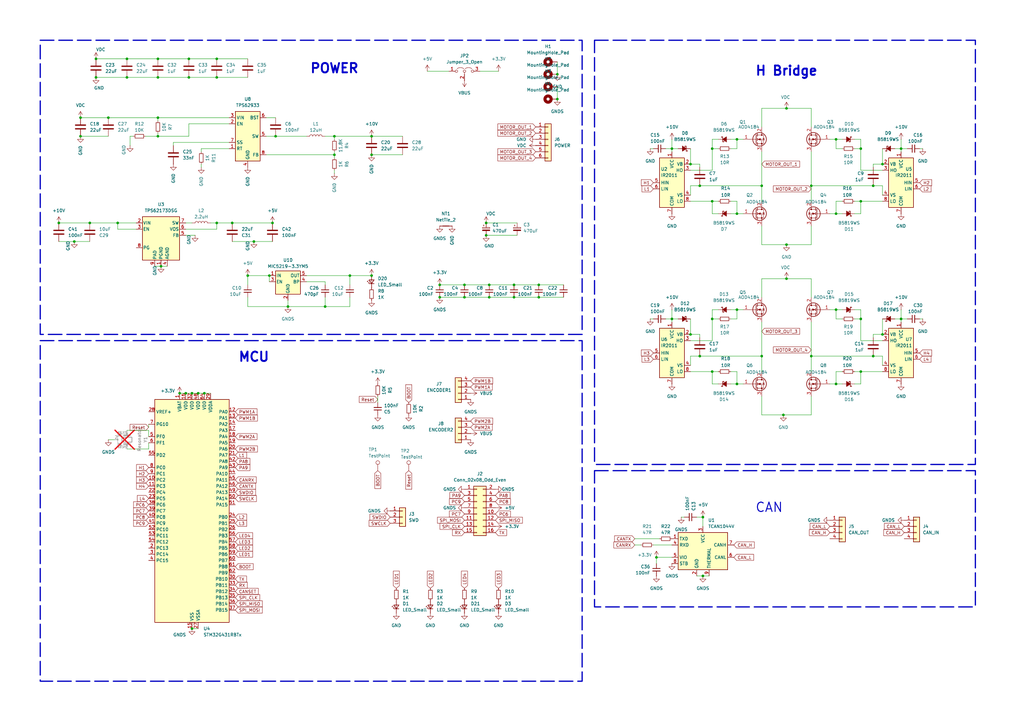
<source format=kicad_sch>
(kicad_sch (version 20250114) (generator "eeschema") (generator_version "9.0")
  (paper "A3")
  (rectangle (start 243.84 16.51) (end 400.05 190.5) (stroke (width 0.508) (type dash)))
  (rectangle (start 16.51 139.7) (end 238.76 279.4) (stroke (width 0.508) (type dash)))
  (rectangle (start 16.51 16.51) (end 238.76 137.16) (stroke (width 0.508) (type dash)))
  (rectangle (start 243.84 193.04) (end 400.05 248.92) (stroke (width 0.508) (type dash)))
  (text "MCU" (at 104.14 146.558 0) (effects (font (size 3.81 3.81) (bold yes))))
  (text "CAN" (at 315.468 208.28 0) (effects (font (size 3.81 3.81) (thickness 0.4) (bold yes))))
  (text "POWER\n" (at 137.16 28.194 0) (effects (font (size 3.81 3.81) (bold yes))))
  (text "H Bridge" (at 322.58 29.21 0) (effects (font (size 3.81 3.81) (bold yes))))
  (junction (at 199.39 91.44))
  (junction (at 342.9 57.15))
  (junction (at 152.4 63.5))
  (junction (at 332.74 76.2))
  (junction (at 52.07 31.75))
  (junction (at 322.58 114.3))
  (junction (at 137.16 63.5))
  (junction (at 36.83 91.44))
  (junction (at 52.07 24.13))
  (junction (at 369.57 130.81))
  (junction (at 73.66 161.29))
  (junction (at 283.21 67.31))
  (junction (at 322.58 44.45))
  (junction (at 322.58 100.33))
  (junction (at 199.39 96.52))
  (junction (at 292.1 130.81))
  (junction (at 302.26 127))
  (junction (at 200.66 121.92))
  (junction (at 312.42 76.2))
  (junction (at 292.1 60.96))
  (junction (at 358.14 76.2))
  (junction (at 39.37 24.13))
  (junction (at 44.45 48.26))
  (junction (at 292.1 152.4))
  (junction (at 104.14 99.06))
  (junction (at 64.77 48.26))
  (junction (at 78.74 161.29))
  (junction (at 283.21 137.16))
  (junction (at 275.59 60.96))
  (junction (at 361.95 67.31))
  (junction (at 152.4 55.88))
  (junction (at 353.06 152.4))
  (junction (at 118.11 125.73))
  (junction (at 302.26 157.48))
  (junction (at 137.16 55.88))
  (junction (at 353.06 130.81))
  (junction (at 81.28 161.29))
  (junction (at 88.9 24.13))
  (junction (at 95.25 91.44))
  (junction (at 39.37 31.75))
  (junction (at 152.4 113.03))
  (junction (at 288.29 212.09))
  (junction (at 180.34 116.84))
  (junction (at 111.76 91.44))
  (junction (at 342.9 157.48))
  (junction (at 200.66 116.84))
  (junction (at 312.42 146.05))
  (junction (at 77.47 31.75))
  (junction (at 342.9 87.63))
  (junction (at 342.9 127))
  (junction (at 78.74 257.81))
  (junction (at 24.13 91.44))
  (junction (at 228.6 40.64))
  (junction (at 30.48 99.06))
  (junction (at 269.24 228.6))
  (junction (at 353.06 82.55))
  (junction (at 302.26 87.63))
  (junction (at 302.26 57.15))
  (junction (at 190.5 121.92))
  (junction (at 210.82 121.92))
  (junction (at 133.35 125.73))
  (junction (at 113.03 55.88))
  (junction (at 228.6 30.48))
  (junction (at 88.9 91.44))
  (junction (at 110.49 113.03))
  (junction (at 287.02 146.05))
  (junction (at 369.57 60.96))
  (junction (at 83.82 161.29))
  (junction (at 101.6 113.03))
  (junction (at 361.95 137.16))
  (junction (at 180.34 121.92))
  (junction (at 64.77 31.75))
  (junction (at 77.47 24.13))
  (junction (at 64.77 24.13))
  (junction (at 88.9 31.75))
  (junction (at 358.14 146.05))
  (junction (at 288.29 236.22))
  (junction (at 66.04 109.22))
  (junction (at 64.77 55.88))
  (junction (at 275.59 130.81))
  (junction (at 220.98 121.92))
  (junction (at 287.02 76.2))
  (junction (at 321.31 170.18))
  (junction (at 292.1 82.55))
  (junction (at 33.02 48.26))
  (junction (at 353.06 60.96))
  (junction (at 143.51 113.03))
  (junction (at 190.5 116.84))
  (junction (at 48.26 91.44))
  (junction (at 33.02 55.88))
  (junction (at 332.74 146.05))
  (junction (at 210.82 116.84))
  (junction (at 220.98 116.84))
  (junction (at 76.2 161.29))
  (wire (pts (xy 358.14 67.31) (xy 358.14 68.58)))
  (wire (pts (xy 353.06 130.81) (xy 353.06 139.7)))
  (wire (pts (xy 353.06 139.7) (xy 361.95 139.7)))
  (wire (pts (xy 77.47 50.8) (xy 93.98 50.8)))
  (wire (pts (xy 267.97 223.52) (xy 275.59 223.52)))
  (wire (pts (xy 71.12 58.42) (xy 93.98 58.42)))
  (wire (pts (xy 101.6 121.92) (xy 101.6 125.73)))
  (wire (pts (xy 137.16 55.88) (xy 152.4 55.88)))
  (wire (pts (xy 353.06 127) (xy 353.06 130.81)))
  (wire (pts (xy 82.55 60.96) (xy 93.98 60.96)))
  (wire (pts (xy 377.19 130.81) (xy 378.46 130.81)))
  (wire (pts (xy 299.72 127) (xy 302.26 127)))
  (wire (pts (xy 350.52 60.96) (xy 353.06 60.96)))
  (wire (pts (xy 137.16 57.15) (xy 137.16 55.88)))
  (wire (pts (xy 353.06 87.63) (xy 350.52 87.63)))
  (wire (pts (xy 292.1 57.15) (xy 292.1 60.96)))
  (wire (pts (xy 342.9 152.4) (xy 345.44 152.4)))
  (wire (pts (xy 143.51 121.92) (xy 143.51 125.73)))
  (wire (pts (xy 267.97 60.96) (xy 266.7 60.96)))
  (wire (pts (xy 332.74 162.56) (xy 332.74 170.18)))
  (wire (pts (xy 283.21 146.05) (xy 287.02 146.05)))
  (wire (pts (xy 275.59 127) (xy 275.59 130.81)))
  (wire (pts (xy 369.57 60.96) (xy 372.11 60.96)))
  (wire (pts (xy 60.96 173.99) (xy 60.96 175.26)))
  (wire (pts (xy 353.06 60.96) (xy 353.06 69.85)))
  (wire (pts (xy 137.16 62.23) (xy 137.16 63.5)))
  (wire (pts (xy 342.9 60.96) (xy 345.44 60.96)))
  (wire (pts (xy 269.24 228.6) (xy 275.59 228.6)))
  (wire (pts (xy 95.25 91.44) (xy 111.76 91.44)))
  (wire (pts (xy 73.66 161.29) (xy 76.2 161.29)))
  (wire (pts (xy 283.21 130.81) (xy 283.21 137.16)))
  (wire (pts (xy 302.26 152.4) (xy 302.26 157.48)))
  (wire (pts (xy 312.42 146.05) (xy 312.42 152.4)))
  (wire (pts (xy 101.6 113.03) (xy 110.49 113.03)))
  (wire (pts (xy 361.95 130.81) (xy 361.95 137.16)))
  (wire (pts (xy 321.31 170.18) (xy 332.74 170.18)))
  (wire (pts (xy 113.03 55.88) (xy 125.73 55.88)))
  (wire (pts (xy 358.14 137.16) (xy 361.95 137.16)))
  (wire (pts (xy 283.21 152.4) (xy 292.1 152.4)))
  (wire (pts (xy 82.55 62.23) (xy 82.55 60.96)))
  (wire (pts (xy 292.1 82.55) (xy 292.1 87.63)))
  (wire (pts (xy 133.35 121.92) (xy 133.35 125.73)))
  (wire (pts (xy 312.42 44.45) (xy 322.58 44.45)))
  (wire (pts (xy 44.45 180.34) (xy 46.99 180.34)))
  (wire (pts (xy 369.57 57.15) (xy 369.57 60.96)))
  (wire (pts (xy 312.42 92.71) (xy 312.42 100.33)))
  (wire (pts (xy 63.5 109.22) (xy 66.04 109.22)))
  (wire (pts (xy 64.77 55.88) (xy 77.47 55.88)))
  (wire (pts (xy 369.57 130.81) (xy 372.11 130.81)))
  (wire (pts (xy 48.26 91.44) (xy 48.26 93.98)))
  (wire (pts (xy 292.1 139.7) (xy 283.21 139.7)))
  (wire (pts (xy 152.4 55.88) (xy 165.1 55.88)))
  (wire (pts (xy 113.03 48.26) (xy 109.22 48.26)))
  (wire (pts (xy 322.58 100.33) (xy 332.74 100.33)))
  (wire (pts (xy 81.28 161.29) (xy 83.82 161.29)))
  (wire (pts (xy 52.07 31.75) (xy 64.77 31.75)))
  (wire (pts (xy 133.35 116.84) (xy 133.35 115.57)))
  (wire (pts (xy 88.9 93.98) (xy 88.9 91.44)))
  (wire (pts (xy 33.02 48.26) (xy 44.45 48.26)))
  (wire (pts (xy 118.11 125.73) (xy 133.35 125.73)))
  (wire (pts (xy 88.9 91.44) (xy 86.36 91.44)))
  (wire (pts (xy 294.64 60.96) (xy 292.1 60.96)))
  (wire (pts (xy 77.47 55.88) (xy 77.47 50.8)))
  (wire (pts (xy 200.66 116.84) (xy 210.82 116.84)))
  (wire (pts (xy 342.9 130.81) (xy 345.44 130.81)))
  (wire (pts (xy 342.9 152.4) (xy 342.9 157.48)))
  (wire (pts (xy 302.26 57.15) (xy 302.26 60.96)))
  (wire (pts (xy 88.9 31.75) (xy 101.6 31.75)))
  (wire (pts (xy 342.9 57.15) (xy 342.9 60.96)))
  (wire (pts (xy 312.42 114.3) (xy 322.58 114.3)))
  (wire (pts (xy 76.2 93.98) (xy 88.9 93.98)))
  (wire (pts (xy 361.95 152.4) (xy 353.06 152.4)))
  (wire (pts (xy 180.34 116.84) (xy 190.5 116.84)))
  (wire (pts (xy 345.44 127) (xy 342.9 127)))
  (wire (pts (xy 59.69 55.88) (xy 64.77 55.88)))
  (wire (pts (xy 83.82 161.29) (xy 86.36 161.29)))
  (wire (pts (xy 377.19 60.96) (xy 378.46 60.96)))
  (wire (pts (xy 143.51 113.03) (xy 152.4 113.03)))
  (wire (pts (xy 52.07 176.53) (xy 60.96 176.53)))
  (wire (pts (xy 30.48 99.06) (xy 36.83 99.06)))
  (wire (pts (xy 39.37 24.13) (xy 52.07 24.13)))
  (wire (pts (xy 278.13 130.81) (xy 275.59 130.81)))
  (wire (pts (xy 353.06 69.85) (xy 361.95 69.85)))
  (wire (pts (xy 299.72 87.63) (xy 302.26 87.63)))
  (wire (pts (xy 275.59 60.96) (xy 275.59 62.23)))
  (wire (pts (xy 342.9 82.55) (xy 342.9 87.63)))
  (wire (pts (xy 287.02 137.16) (xy 287.02 138.43)))
  (wire (pts (xy 287.02 67.31) (xy 283.21 67.31)))
  (wire (pts (xy 152.4 63.5) (xy 165.1 63.5)))
  (wire (pts (xy 358.14 67.31) (xy 361.95 67.31)))
  (wire (pts (xy 285.75 212.09) (xy 288.29 212.09)))
  (wire (pts (xy 125.73 115.57) (xy 133.35 115.57)))
  (wire (pts (xy 312.42 162.56) (xy 312.42 170.18)))
  (wire (pts (xy 369.57 130.81) (xy 369.57 132.08)))
  (wire (pts (xy 292.1 152.4) (xy 294.64 152.4)))
  (wire (pts (xy 332.74 92.71) (xy 332.74 100.33)))
  (wire (pts (xy 302.26 82.55) (xy 299.72 82.55)))
  (wire (pts (xy 287.02 67.31) (xy 287.02 68.58)))
  (wire (pts (xy 133.35 55.88) (xy 137.16 55.88)))
  (wire (pts (xy 283.21 60.96) (xy 283.21 67.31)))
  (wire (pts (xy 302.26 60.96) (xy 299.72 60.96)))
  (wire (pts (xy 292.1 82.55) (xy 294.64 82.55)))
  (wire (pts (xy 302.26 157.48) (xy 304.8 157.48)))
  (wire (pts (xy 101.6 125.73) (xy 118.11 125.73)))
  (wire (pts (xy 312.42 76.2) (xy 312.42 82.55)))
  (wire (pts (xy 210.82 121.92) (xy 220.98 121.92)))
  (wire (pts (xy 345.44 87.63) (xy 342.9 87.63)))
  (wire (pts (xy 292.1 130.81) (xy 292.1 139.7)))
  (wire (pts (xy 292.1 57.15) (xy 294.64 57.15)))
  (wire (pts (xy 292.1 152.4) (xy 292.1 157.48)))
  (wire (pts (xy 278.13 60.96) (xy 275.59 60.96)))
  (wire (pts (xy 342.9 127) (xy 342.9 130.81)))
  (wire (pts (xy 228.6 35.56) (xy 228.6 40.64)))
  (wire (pts (xy 350.52 130.81) (xy 353.06 130.81)))
  (wire (pts (xy 302.26 127) (xy 302.26 130.81)))
  (wire (pts (xy 77.47 31.75) (xy 88.9 31.75)))
  (wire (pts (xy 367.03 130.81) (xy 369.57 130.81)))
  (wire (pts (xy 287.02 146.05) (xy 312.42 146.05)))
  (wire (pts (xy 71.12 59.69) (xy 71.12 58.42)))
  (wire (pts (xy 345.44 157.48) (xy 342.9 157.48)))
  (wire (pts (xy 78.74 161.29) (xy 81.28 161.29)))
  (wire (pts (xy 353.06 152.4) (xy 353.06 157.48)))
  (wire (pts (xy 302.26 82.55) (xy 302.26 87.63)))
  (wire (pts (xy 113.03 55.88) (xy 109.22 55.88)))
  (wire (pts (xy 312.42 132.08) (xy 312.42 146.05)))
  (wire (pts (xy 60.96 179.07) (xy 60.96 176.53)))
  (wire (pts (xy 288.29 212.09) (xy 288.29 215.9)))
  (wire (pts (xy 342.9 87.63) (xy 340.36 87.63)))
  (wire (pts (xy 361.95 82.55) (xy 353.06 82.55)))
  (wire (pts (xy 312.42 170.18) (xy 321.31 170.18)))
  (wire (pts (xy 101.6 116.84) (xy 101.6 113.03)))
  (wire (pts (xy 275.59 130.81) (xy 275.59 132.08)))
  (wire (pts (xy 64.77 55.88) (xy 64.77 54.61)))
  (wire (pts (xy 88.9 91.44) (xy 95.25 91.44)))
  (wire (pts (xy 64.77 48.26) (xy 93.98 48.26)))
  (wire (pts (xy 292.1 87.63) (xy 294.64 87.63)))
  (wire (pts (xy 294.64 130.81) (xy 292.1 130.81)))
  (wire (pts (xy 342.9 82.55) (xy 345.44 82.55)))
  (wire (pts (xy 118.11 123.19) (xy 118.11 125.73)))
  (wire (pts (xy 283.21 146.05) (xy 283.21 149.86)))
  (wire (pts (xy 64.77 49.53) (xy 64.77 48.26)))
  (wire (pts (xy 367.03 60.96) (xy 369.57 60.96)))
  (wire (pts (xy 292.1 127) (xy 292.1 130.81)))
  (wire (pts (xy 292.1 69.85) (xy 283.21 69.85)))
  (wire (pts (xy 292.1 127) (xy 294.64 127)))
  (wire (pts (xy 342.9 127) (xy 340.36 127)))
  (wire (pts (xy 36.83 91.44) (xy 48.26 91.44)))
  (wire (pts (xy 299.72 157.48) (xy 302.26 157.48)))
  (wire (pts (xy 332.74 62.23) (xy 332.74 76.2)))
  (wire (pts (xy 88.9 24.13) (xy 101.6 24.13)))
  (wire (pts (xy 353.06 57.15) (xy 350.52 57.15)))
  (wire (pts (xy 332.74 114.3) (xy 332.74 121.92)))
  (wire (pts (xy 109.22 63.5) (xy 137.16 63.5)))
  (wire (pts (xy 190.5 121.92) (xy 200.66 121.92)))
  (wire (pts (xy 358.14 76.2) (xy 361.95 76.2)))
  (wire (pts (xy 322.58 44.45) (xy 332.74 44.45)))
  (wire (pts (xy 39.37 31.75) (xy 52.07 31.75)))
  (wire (pts (xy 267.97 130.81) (xy 266.7 130.81)))
  (wire (pts (xy 137.16 71.12) (xy 137.16 69.85)))
  (wire (pts (xy 332.74 132.08) (xy 332.74 146.05)))
  (wire (pts (xy 353.06 157.48) (xy 350.52 157.48)))
  (wire (pts (xy 220.98 121.92) (xy 231.14 121.92)))
  (wire (pts (xy 64.77 31.75) (xy 77.47 31.75)))
  (wire (pts (xy 342.9 157.48) (xy 340.36 157.48)))
  (wire (pts (xy 196.85 29.21) (xy 204.47 29.21)))
  (wire (pts (xy 361.95 60.96) (xy 361.95 67.31)))
  (wire (pts (xy 312.42 44.45) (xy 312.42 52.07)))
  (wire (pts (xy 358.14 137.16) (xy 358.14 138.43)))
  (wire (pts (xy 283.21 76.2) (xy 287.02 76.2)))
  (wire (pts (xy 137.16 63.5) (xy 137.16 64.77)))
  (wire (pts (xy 175.26 29.21) (xy 184.15 29.21)))
  (wire (pts (xy 287.02 137.16) (xy 283.21 137.16)))
  (wire (pts (xy 292.1 60.96) (xy 292.1 69.85)))
  (wire (pts (xy 52.07 24.13) (xy 64.77 24.13)))
  (wire (pts (xy 283.21 76.2) (xy 283.21 80.01)))
  (wire (pts (xy 353.06 127) (xy 350.52 127)))
  (wire (pts (xy 220.98 116.84) (xy 231.14 116.84)))
  (wire (pts (xy 82.55 67.31) (xy 82.55 68.58)))
  (wire (pts (xy 260.35 220.98) (xy 270.51 220.98)))
  (wire (pts (xy 143.51 113.03) (xy 143.51 116.84)))
  (wire (pts (xy 353.06 152.4) (xy 350.52 152.4)))
  (wire (pts (xy 48.26 93.98) (xy 55.88 93.98)))
  (wire (pts (xy 210.82 116.84) (xy 220.98 116.84)))
  (wire (pts (xy 332.74 146.05) (xy 332.74 152.4)))
  (wire (pts (xy 24.13 91.44) (xy 36.83 91.44)))
  (wire (pts (xy 361.95 76.2) (xy 361.95 80.01)))
  (wire (pts (xy 292.1 157.48) (xy 294.64 157.48)))
  (wire (pts (xy 180.34 121.92) (xy 190.5 121.92)))
  (wire (pts (xy 260.35 223.52) (xy 262.89 223.52)))
  (wire (pts (xy 95.25 99.06) (xy 104.14 99.06)))
  (wire (pts (xy 212.09 96.52) (xy 199.39 96.52)))
  (wire (pts (xy 52.07 184.15) (xy 60.96 184.15)))
  (wire (pts (xy 288.29 236.22) (xy 290.83 236.22)))
  (wire (pts (xy 345.44 57.15) (xy 342.9 57.15)))
  (wire (pts (xy 133.35 125.73) (xy 143.51 125.73)))
  (wire (pts (xy 287.02 76.2) (xy 312.42 76.2)))
  (wire (pts (xy 76.2 161.29) (xy 78.74 161.29)))
  (wire (pts (xy 302.26 130.81) (xy 299.72 130.81)))
  (wire (pts (xy 312.42 114.3) (xy 312.42 121.92)))
  (wire (pts (xy 125.73 113.03) (xy 143.51 113.03)))
  (wire (pts (xy 369.57 60.96) (xy 369.57 62.23)))
  (wire (pts (xy 342.9 57.15) (xy 340.36 57.15)))
  (wire (pts (xy 104.14 99.06) (xy 111.76 99.06)))
  (wire (pts (xy 269.24 231.14) (xy 269.24 228.6)))
  (wire (pts (xy 275.59 130.81) (xy 273.05 130.81)))
  (wire (pts (xy 80.01 96.52) (xy 76.2 96.52)))
  (wire (pts (xy 78.74 257.81) (xy 81.28 257.81)))
  (wire (pts (xy 24.13 99.06) (xy 30.48 99.06)))
  (wire (pts (xy 322.58 114.3) (xy 332.74 114.3)))
  (wire (pts (xy 228.6 25.4) (xy 228.6 30.48)))
  (wire (pts (xy 279.4 212.09) (xy 280.67 212.09)))
  (wire (pts (xy 64.77 24.13) (xy 77.47 24.13)))
  (wire (pts (xy 275.59 57.15) (xy 275.59 60.96)))
  (wire (pts (xy 66.04 109.22) (xy 68.58 109.22)))
  (wire (pts (xy 44.45 48.26) (xy 64.77 48.26)))
  (wire (pts (xy 332.74 44.45) (xy 332.74 52.07)))
  (wire (pts (xy 353.06 82.55) (xy 350.52 82.55)))
  (wire (pts (xy 332.74 76.2) (xy 358.14 76.2)))
  (wire (pts (xy 299.72 57.15) (xy 302.26 57.15)))
  (wire (pts (xy 332.74 76.2) (xy 332.74 82.55)))
  (wire (pts (xy 275.59 60.96) (xy 273.05 60.96)))
  (wire (pts (xy 369.57 127) (xy 369.57 130.81)))
  (wire (pts (xy 361.95 146.05) (xy 361.95 149.86)))
  (wire (pts (xy 154.94 165.1) (xy 154.94 162.56)))
  (wire (pts (xy 312.42 100.33) (xy 322.58 100.33)))
  (wire (pts (xy 358.14 146.05) (xy 361.95 146.05)))
  (wire (pts (xy 285.75 236.22) (xy 288.29 236.22)))
  (wire (pts (xy 332.74 146.05) (xy 358.14 146.05)))
  (wire (pts (xy 48.26 91.44) (xy 55.88 91.44)))
  (wire (pts (xy 33.02 55.88) (xy 44.45 55.88)))
  (wire (pts (xy 190.5 116.84) (xy 200.66 116.84)))
  (wire (pts (xy 200.66 121.92) (xy 210.82 121.92)))
  (wire (pts (xy 212.09 91.44) (xy 199.39 91.44)))
  (wire (pts (xy 77.47 24.13) (xy 88.9 24.13)))
  (wire (pts (xy 302.26 57.15) (xy 304.8 57.15)))
  (wire (pts (xy 53.34 55.88) (xy 54.61 55.88)))
  (wire (pts (xy 302.26 87.63) (xy 304.8 87.63)))
  (wire (pts (xy 302.26 152.4) (xy 299.72 152.4)))
  (wire (pts (xy 302.26 127) (xy 304.8 127)))
  (wire (pts (xy 110.49 113.03) (xy 110.49 115.57)))
  (wire (pts (xy 78.74 91.44) (xy 76.2 91.44)))
  (wire (pts (xy 60.96 181.61) (xy 60.96 184.15)))
  (wire (pts (xy 312.42 62.23) (xy 312.42 76.2)))
  (wire (pts (xy 353.06 82.55) (xy 353.06 87.63)))
  (wire (pts (xy 283.21 82.55) (xy 292.1 82.55)))
  (wire (pts (xy 53.34 59.69) (xy 53.34 55.88)))
  (wire (pts (xy 353.06 57.15) (xy 353.06 60.96)))
  (global_label "CANTX" (shape input) (at 96.52 199.39 0) (property "Intersheetrefs" "${INTERSHEET_REFS}" (effects (hide yes))))
  (global_label "L4" (shape input) (at 60.96 204.47 180) (property "Intersheetrefs" "${INTERSHEET_REFS}" (effects (hide yes))))
  (global_label "PC9" (shape input) (at 190.5 205.74 180) (property "Intersheetrefs" "${INTERSHEET_REFS}" (effects (hide yes))))
  (global_label "L1" (shape input) (at 267.97 77.47 180) (property "Intersheetrefs" "${INTERSHEET_REFS}" (effects (hide yes))))
  (global_label "SWCLK" (shape input) (at 96.52 204.47 0) (property "Intersheetrefs" "${INTERSHEET_REFS}" (effects (hide yes))))
  (global_label "L2" (shape input) (at 96.52 212.09 0) (property "Intersheetrefs" "${INTERSHEET_REFS}" (effects (hide yes))))
  (global_label "MOTOR_OUT_1" (shape input) (at 312.42 67.31 0) (property "Intersheetrefs" "${INTERSHEET_REFS}" (effects (hide yes))))
  (global_label "L4" (shape input) (at 377.19 147.32 0) (property "Intersheetrefs" "${INTERSHEET_REFS}" (effects (hide yes))))
  (global_label "PA9" (shape input) (at 190.5 203.2 180) (property "Intersheetrefs" "${INTERSHEET_REFS}" (effects (hide yes))))
  (global_label "L3" (shape input) (at 96.52 214.63 0) (property "Intersheetrefs" "${INTERSHEET_REFS}" (effects (hide yes))))
  (global_label "L1" (shape input) (at 96.52 186.69 0) (property "Intersheetrefs" "${INTERSHEET_REFS}" (effects (hide yes))))
  (global_label "Reset" (shape input) (at 60.96 175.26 180) (property "Intersheetrefs" "${INTERSHEET_REFS}" (effects (hide yes))))
  (global_label "Reset" (shape input) (at 154.94 163.83 180) (property "Intersheetrefs" "${INTERSHEET_REFS}" (effects (hide yes))))
  (global_label "LED4" (shape input) (at 96.52 219.71 0) (property "Intersheetrefs" "${INTERSHEET_REFS}" (effects (hide yes))))
  (global_label "PC8" (shape input) (at 203.2 205.74 0) (property "Intersheetrefs" "${INTERSHEET_REFS}" (effects (hide yes))))
  (global_label "PC9" (shape input) (at 60.96 214.63 180) (property "Intersheetrefs" "${INTERSHEET_REFS}" (effects (hide yes))))
  (global_label "PC6" (shape input) (at 60.96 207.01 180) (property "Intersheetrefs" "${INTERSHEET_REFS}" (effects (hide yes))))
  (global_label "PC8" (shape input) (at 60.96 212.09 180) (property "Intersheetrefs" "${INTERSHEET_REFS}" (effects (hide yes))))
  (global_label "MOTOR_OUT_3" (shape input) (at 312.42 135.89 0) (property "Intersheetrefs" "${INTERSHEET_REFS}" (effects (hide yes))))
  (global_label "H4" (shape input) (at 377.19 144.78 0) (property "Intersheetrefs" "${INTERSHEET_REFS}" (effects (hide yes))))
  (global_label "CANRX" (shape input) (at 260.35 223.52 180) (property "Intersheetrefs" "${INTERSHEET_REFS}" (effects (hide yes))))
  (global_label "MOTOR_OUT_4" (shape input) (at 332.74 143.51 180) (property "Intersheetrefs" "${INTERSHEET_REFS}" (effects (hide yes))))
  (global_label "PWM2A" (shape input) (at 193.04 175.26 0) (property "Intersheetrefs" "${INTERSHEET_REFS}" (effects (hide yes))))
  (global_label "TX" (shape input) (at 203.2 218.44 0) (property "Intersheetrefs" "${INTERSHEET_REFS}" (effects (hide yes))))
  (global_label "BOOT" (shape input) (at 154.94 193.04 270) (property "Intersheetrefs" "${INTERSHEET_REFS}" (effects (hide yes))))
  (global_label "SPI_MOSI" (shape input) (at 190.5 213.36 180) (property "Intersheetrefs" "${INTERSHEET_REFS}" (effects (hide yes))))
  (global_label "RX" (shape input) (at 190.5 218.44 180) (property "Intersheetrefs" "${INTERSHEET_REFS}" (effects (hide yes))))
  (global_label "RX" (shape input) (at 96.52 240.03 0) (property "Intersheetrefs" "${INTERSHEET_REFS}" (effects (hide yes))))
  (global_label "PWM2A" (shape input) (at 96.52 179.07 0) (property "Intersheetrefs" "${INTERSHEET_REFS}" (effects (hide yes))))
  (global_label "BOOT" (shape input) (at 167.64 165.1 90) (property "Intersheetrefs" "${INTERSHEET_REFS}" (effects (hide yes))))
  (global_label "PWM1B" (shape input) (at 96.52 171.45 0) (property "Intersheetrefs" "${INTERSHEET_REFS}" (effects (hide yes))))
  (global_label "SPI_MISO" (shape input) (at 203.2 213.36 0) (property "Intersheetrefs" "${INTERSHEET_REFS}" (effects (hide yes))))
  (global_label "MOTOR_OUT_1" (shape input) (at 219.71 52.07 180) (property "Intersheetrefs" "${INTERSHEET_REFS}" (effects (hide yes))))
  (global_label "H1" (shape input) (at 60.96 191.77 180) (property "Intersheetrefs" "${INTERSHEET_REFS}" (effects (hide yes))))
  (global_label "SWDIO" (shape input) (at 160.02 212.09 180) (property "Intersheetrefs" "${INTERSHEET_REFS}" (effects (hide yes))))
  (global_label "TX" (shape input) (at 96.52 237.49 0) (property "Intersheetrefs" "${INTERSHEET_REFS}" (effects (hide yes))))
  (global_label "PWM2B" (shape input) (at 96.52 184.15 0) (property "Intersheetrefs" "${INTERSHEET_REFS}" (effects (hide yes))))
  (global_label "H1" (shape input) (at 267.97 74.93 180) (property "Intersheetrefs" "${INTERSHEET_REFS}" (effects (hide yes))))
  (global_label "CAN_H" (shape input) (at 340.36 218.44 180) (property "Intersheetrefs" "${INTERSHEET_REFS}" (effects (hide yes))))
  (global_label "LED2" (shape input) (at 96.52 224.79 0) (property "Intersheetrefs" "${INTERSHEET_REFS}" (effects (hide yes))))
  (global_label "PA8" (shape input) (at 96.52 189.23 0) (property "Intersheetrefs" "${INTERSHEET_REFS}" (effects (hide yes))))
  (global_label "MOTOR_OUT_2" (shape input) (at 219.71 54.61 180) (property "Intersheetrefs" "${INTERSHEET_REFS}" (effects (hide yes))))
  (global_label "LED3" (shape input) (at 204.47 241.3 90) (property "Intersheetrefs" "${INTERSHEET_REFS}" (effects (hide yes))))
  (global_label "CAN_L" (shape input) (at 340.36 215.9 180) (property "Intersheetrefs" "${INTERSHEET_REFS}" (effects (hide yes))))
  (global_label "H3" (shape input) (at 60.96 196.85 180) (property "Intersheetrefs" "${INTERSHEET_REFS}" (effects (hide yes))))
  (global_label "PA9" (shape input) (at 96.52 191.77 0) (property "Intersheetrefs" "${INTERSHEET_REFS}" (effects (hide yes))))
  (global_label "PA8" (shape input) (at 203.2 203.2 0) (property "Intersheetrefs" "${INTERSHEET_REFS}" (effects (hide yes))))
  (global_label "LED3" (shape input) (at 96.52 222.25 0) (property "Intersheetrefs" "${INTERSHEET_REFS}" (effects (hide yes))))
  (global_label "PC6" (shape input) (at 203.2 210.82 0) (property "Intersheetrefs" "${INTERSHEET_REFS}" (effects (hide yes))))
  (global_label "LED1" (shape input) (at 96.52 227.33 0) (property "Intersheetrefs" "${INTERSHEET_REFS}" (effects (hide yes))))
  (global_label "CANTX" (shape input) (at 260.35 220.98 180) (property "Intersheetrefs" "${INTERSHEET_REFS}" (effects (hide yes))))
  (global_label "SPI_MOSI" (shape input) (at 96.52 250.19 0) (property "Intersheetrefs" "${INTERSHEET_REFS}" (effects (hide yes))))
  (global_label "PC7" (shape input) (at 60.96 209.55 180) (property "Intersheetrefs" "${INTERSHEET_REFS}" (effects (hide yes))))
  (global_label "CAN_H" (shape input) (at 370.84 218.44 180) (property "Intersheetrefs" "${INTERSHEET_REFS}" (effects (hide yes))))
  (global_label "BOOT" (shape input) (at 96.52 232.41 0) (property "Intersheetrefs" "${INTERSHEET_REFS}" (effects (hide yes))))
  (global_label "LED4" (shape input) (at 190.5 241.3 90) (property "Intersheetrefs" "${INTERSHEET_REFS}" (effects (hide yes))))
  (global_label "SPI_MISO" (shape input) (at 96.52 247.65 0) (property "Intersheetrefs" "${INTERSHEET_REFS}" (effects (hide yes))))
  (global_label "H4" (shape input) (at 60.96 199.39 180) (property "Intersheetrefs" "${INTERSHEET_REFS}" (effects (hide yes))))
  (global_label "CANRX" (shape input) (at 96.52 196.85 0) (property "Intersheetrefs" "${INTERSHEET_REFS}" (effects (hide yes))))
  (global_label "PWM2B" (shape input) (at 193.04 172.72 0) (property "Intersheetrefs" "${INTERSHEET_REFS}" (effects (hide yes))))
  (global_label "L2" (shape input) (at 377.19 77.47 0) (property "Intersheetrefs" "${INTERSHEET_REFS}" (effects (hide yes))))
  (global_label "L3" (shape input) (at 267.97 147.32 180) (property "Intersheetrefs" "${INTERSHEET_REFS}" (effects (hide yes))))
  (global_label "SPI_CLK" (shape input) (at 190.5 215.9 180) (property "Intersheetrefs" "${INTERSHEET_REFS}" (effects (hide yes))))
  (global_label "CANSET" (shape input) (at 96.52 242.57 0) (property "Intersheetrefs" "${INTERSHEET_REFS}" (effects (hide yes))))
  (global_label "PWM1A" (shape input) (at 193.04 158.75 0) (property "Intersheetrefs" "${INTERSHEET_REFS}" (effects (hide yes))))
  (global_label "H3" (shape input) (at 267.97 144.78 180) (property "Intersheetrefs" "${INTERSHEET_REFS}" (effects (hide yes))))
  (global_label "H2" (shape input) (at 377.19 74.93 0) (property "Intersheetrefs" "${INTERSHEET_REFS}" (effects (hide yes))))
  (global_label "H2" (shape input) (at 60.96 194.31 180) (property "Intersheetrefs" "${INTERSHEET_REFS}" (effects (hide yes))))
  (global_label "PC7" (shape input) (at 190.5 210.82 180) (property "Intersheetrefs" "${INTERSHEET_REFS}" (effects (hide yes))))
  (global_label "PWM1A" (shape input) (at 96.52 168.91 0) (property "Intersheetrefs" "${INTERSHEET_REFS}" (effects (hide yes))))
  (global_label "SWDIO" (shape input) (at 96.52 201.93 0) (property "Intersheetrefs" "${INTERSHEET_REFS}" (effects (hide yes))))
  (global_label "MOTOR_OUT_2" (shape input) (at 332.74 77.47 180) (property "Intersheetrefs" "${INTERSHEET_REFS}" (effects (hide yes))))
  (global_label "CAN_L" (shape input) (at 370.84 215.9 180) (property "Intersheetrefs" "${INTERSHEET_REFS}" (effects (hide yes))))
  (global_label "SPI_CLK" (shape input) (at 96.52 245.11 0) (property "Intersheetrefs" "${INTERSHEET_REFS}" (effects (hide yes))))
  (global_label "CAN_H" (shape input) (at 300.99 223.52 0) (property "Intersheetrefs" "${INTERSHEET_REFS}" (effects (hide yes))))
  (global_label "PWM1B" (shape input) (at 193.04 156.21 0) (property "Intersheetrefs" "${INTERSHEET_REFS}" (effects (hide yes))))
  (global_label "SWCLK" (shape input) (at 160.02 214.63 180) (property "Intersheetrefs" "${INTERSHEET_REFS}" (effects (hide yes))))
  (global_label "LED1" (shape input) (at 162.56 241.3 90) (property "Intersheetrefs" "${INTERSHEET_REFS}" (effects (hide yes))))
  (global_label "Reset" (shape input) (at 167.64 193.04 270) (property "Intersheetrefs" "${INTERSHEET_REFS}" (effects (hide yes))))
  (global_label "MOTOR_OUT_4" (shape input) (at 219.71 64.77 180) (property "Intersheetrefs" "${INTERSHEET_REFS}" (effects (hide yes))))
  (global_label "LED2" (shape input) (at 176.53 241.3 90) (property "Intersheetrefs" "${INTERSHEET_REFS}" (effects (hide yes))))
  (global_label "MOTOR_OUT_3" (shape input) (at 219.71 62.23 180) (property "Intersheetrefs" "${INTERSHEET_REFS}" (effects (hide yes))))
  (global_label "CAN_L" (shape input) (at 300.99 228.6 0) (property "Intersheetrefs" "${INTERSHEET_REFS}" (effects (hide yes))))
  (symbol (lib_id "Device:C_Small") (at 210.82 119.38 0) (mirror y) (unit 1)
    (property "Reference" "C11" (at 208.28 118.1162 0) (effects (justify left)))
    (property "Value" "100nF" (at 208.28 120.6562 0) (effects (justify left)))
    (property "Footprint" "Capacitor_SMD:C_0603_1608Metric" (effects (hide yes)))
    (property "Description" "Unpolarized capacitor, small symbol" (effects (hide yes)))
  )
  (symbol (lib_id "power:GND") (at 369.57 157.48 0) (unit 1)
    (property "Reference" "#PWR062" (effects (hide yes)))
    (property "Value" "GND" (at 369.57 162.56 0))
    (property "Description" "Power symbol creates a global label with name \"GND\" , ground" (effects (hide yes)))
  )
  (symbol (lib_id "Device:R_Small") (at 137.16 67.31 0) (mirror x) (unit 1)
    (property "Reference" "R6" (at 142.24 67.31 90))
    (property "Value" "1K" (at 139.7 67.31 90))
    (property "Footprint" "Resistor_SMD:R_0603_1608Metric" (effects (hide yes)))
    (property "Description" "Resistor, small symbol" (effects (hide yes)))
  )
  (symbol (lib_id "Device:C_Small") (at 270.51 130.81 270) (mirror x) (unit 1)
    (property "Reference" "C19" (at 266.7 125.222 90) (effects (justify left)))
    (property "Value" "100nF" (at 266.7 127.762 90) (effects (justify left)))
    (property "Footprint" "Capacitor_SMD:C_0603_1608Metric" (effects (hide yes)))
    (property "Description" "Unpolarized capacitor, small symbol" (effects (hide yes)))
  )
  (symbol (lib_id "Device:R_Small") (at 297.18 60.96 270) (unit 1)
    (property "Reference" "R13" (at 295.275 64.1349 90) (effects (justify left)))
    (property "Value" "10R" (at 295.275 66.6749 90) (effects (justify left)))
    (property "Footprint" "Resistor_SMD:R_0805_2012Metric" (effects (hide yes)))
    (property "Description" "Resistor, small symbol" (effects (hide yes)))
  )
  (symbol (lib_id "Transistor_FET:Q_NMOS_GDS") (at 335.28 157.48 0) (mirror y) (unit 1)
    (property "Reference" "Q8" (at 339.09 149.86 0) (effects (justify left)))
    (property "Value" "AOD4184" (at 339.09 152.654 0) (effects (justify left)))
    (property "Footprint" "Package_TO_SOT_SMD:TO-252-2" (effects (hide yes)))
    (property "Description" "N-MOSFET transistor, gate/drain/source" (effects (hide yes)))
  )
  (symbol (lib_id "power:GNDS") (at 269.24 236.22 0) (unit 1)
    (property "Reference" "#PWR078" (effects (hide yes)))
    (property "Value" "GNDS" (at 269.24 241.3 0))
    (property "Description" "Power symbol creates a global label with name \"GNDS\" , signal ground" (effects (hide yes)))
  )
  (symbol (lib_id "Device:R_Small") (at 64.77 52.07 0) (mirror x) (unit 1)
    (property "Reference" "R7" (at 69.85 52.07 90))
    (property "Value" "10K" (at 67.31 52.07 90))
    (property "Footprint" "Resistor_SMD:R_0603_1608Metric" (effects (hide yes)))
    (property "Description" "Resistor, small symbol" (effects (hide yes)))
  )
  (symbol (lib_id "Mechanical:MountingHole_Pad") (at 226.06 40.64 90) (unit 1) (exclude_from_sim yes) (in_bom no)
    (property "Reference" "H4" (at 224.79 34.29 90))
    (property "Value" "MountingHole_Pad" (at 224.79 36.83 90))
    (property "Footprint" "MountingHole:MountingHole_3.2mm_M3" (effects (hide yes)))
    (property "Description" "Mounting Hole with connection" (effects (hide yes)))
  )
  (symbol (lib_id "power:VDC") (at 322.58 114.3 0) (mirror y) (unit 1)
    (property "Reference" "#PWR041" (effects (hide yes)))
    (property "Value" "VDC" (at 324.104 109.728 0) (effects (justify left)))
    (property "Description" "Power symbol creates a global label with name \"VDC\"" (effects (hide yes)))
  )
  (symbol (lib_id "Device:D_Schottky_Small_Filled") (at 364.49 130.81 0) (mirror x) (unit 1)
    (property "Reference" "D17" (at 364.236 124.46 0))
    (property "Value" "B5819WS" (at 364.236 127 0))
    (property "Footprint" "Diode_SMD:D_0805_2012Metric" (effects (hide yes)))
    (property "Description" "Schottky diode, small symbol, filled shape" (effects (hide yes)))
  )
  (symbol (lib_id "Device:D_Schottky_Small_Filled") (at 297.18 57.15 0) (unit 1)
    (property "Reference" "D6" (at 296.926 50.8 0))
    (property "Value" "B5819WS" (at 296.926 53.34 0))
    (property "Footprint" "Diode_SMD:D_0805_2012Metric" (effects (hide yes)))
    (property "Description" "Schottky diode, small symbol, filled shape" (effects (hide yes)))
  )
  (symbol (lib_id "power:GND") (at 185.42 92.71 0) (unit 1)
    (property "Reference" "#PWR023" (effects (hide yes)))
    (property "Value" "GND" (at 185.4201 96.52 90) (effects (justify right)))
    (property "Description" "Power symbol creates a global label with name \"GND\" , ground" (effects (hide yes)))
  )
  (symbol (lib_id "power:GND") (at 53.34 59.69 0) (unit 1)
    (property "Reference" "#PWR010" (effects (hide yes)))
    (property "Value" "GND" (at 50.8 59.436 90) (effects (justify right)))
    (property "Description" "Power symbol creates a global label with name \"GND\" , ground" (effects (hide yes)))
  )
  (symbol (lib_id "Device:C") (at 111.76 95.25 0) (unit 1)
    (property "Reference" "C42" (at 115.57 93.9799 0) (effects (justify left)))
    (property "Value" "100nF" (at 115.57 96.5199 0) (effects (justify left)))
    (property "Footprint" "Capacitor_SMD:C_0603_1608Metric" (effects (hide yes)))
    (property "Description" "Unpolarized capacitor" (effects (hide yes)))
  )
  (symbol (lib_id "Transistor_FET:Q_NMOS_GDS") (at 335.28 127 0) (mirror y) (unit 1)
    (property "Reference" "Q7" (at 341.884 119.888 0) (effects (justify left)))
    (property "Value" "AOD4184" (at 342.392 121.92 0) (effects (justify left)))
    (property "Footprint" "Package_TO_SOT_SMD:TO-252-2" (effects (hide yes)))
    (property "Description" "N-MOSFET transistor, gate/drain/source" (effects (hide yes)))
  )
  (symbol (lib_id "Device:C") (at 24.13 95.25 0) (unit 1)
    (property "Reference" "C41" (at 27.94 93.9799 0) (effects (justify left)))
    (property "Value" "100nF" (at 27.94 96.5199 0) (effects (justify left)))
    (property "Footprint" "Capacitor_SMD:C_0603_1608Metric" (effects (hide yes)))
    (property "Description" "Unpolarized capacitor" (effects (hide yes)))
  )
  (symbol (lib_id "Device:C_Small") (at 374.65 130.81 90) (unit 1)
    (property "Reference" "C30" (at 378.46 125.222 90) (effects (justify left)))
    (property "Value" "100nF" (at 378.46 127.762 90) (effects (justify left)))
    (property "Footprint" "Capacitor_SMD:C_0603_1608Metric" (effects (hide yes)))
    (property "Description" "Unpolarized capacitor, small symbol" (effects (hide yes)))
  )
  (symbol (lib_id "Regulator_Linear:MIC5219-3.3YM5") (at 118.11 115.57 0) (unit 1)
    (property "Reference" "U10" (at 118.11 106.68 0))
    (property "Value" "MIC5219-3.3YM5" (at 118.11 109.22 0))
    (property "Footprint" "Package_TO_SOT_SMD:SOT-23-5" (effects (hide yes)))
    (property "Datasheet" "http://ww1.microchip.com/downloads/en/DeviceDoc/MIC5219-500mA-Peak-Output-LDO-Regulator-DS20006021A.pdf" (effects (hide yes)))
    (property "Description" "500mA low dropout linear regulator, fixed 3.3V output, SOT-23-5" (effects (hide yes)))
  )
  (symbol (lib_id "Device:C") (at 358.14 72.39 0) (mirror y) (unit 1)
    (property "Reference" "C9" (at 354.33 71.1199 0) (effects (justify left)))
    (property "Value" "1uF" (at 354.33 73.6599 0) (effects (justify left)))
    (property "Footprint" "Capacitor_SMD:C_0805_2012Metric" (effects (hide yes)))
    (property "Description" "Unpolarized capacitor" (effects (hide yes)))
  )
  (symbol (lib_id "Device:C") (at 165.1 59.69 180) (unit 1)
    (property "Reference" "C28" (at 168.91 58.4199 0) (effects (justify right)))
    (property "Value" "22uF" (at 168.91 60.9599 0) (effects (justify right)))
    (property "Footprint" "Capacitor_SMD:C_1206_3216Metric" (effects (hide yes)))
    (property "Description" "Unpolarized capacitor" (effects (hide yes)))
  )
  (symbol (lib_id "power:GND") (at 321.31 170.18 0) (unit 1)
    (property "Reference" "#PWR040" (effects (hide yes)))
    (property "Value" "GND" (at 321.31 175.26 0))
    (property "Description" "Power symbol creates a global label with name \"GND\" , ground" (effects (hide yes)))
  )
  (symbol (lib_id "power:GNDS") (at 152.4 123.19 0) (unit 1)
    (property "Reference" "#PWR072" (effects (hide yes)))
    (property "Value" "GNDS" (at 152.4 128.27 0))
    (property "Description" "Power symbol creates a global label with name \"GNDS\" , signal ground" (effects (hide yes)))
  )
  (symbol (lib_id "Device:R_Small") (at 190.5 243.84 0) (unit 1)
    (property "Reference" "R9" (at 193.04 242.5699 0) (effects (justify left)))
    (property "Value" "1K" (at 193.04 245.1099 0) (effects (justify left)))
    (property "Footprint" "Resistor_SMD:R_0603_1608Metric" (effects (hide yes)))
    (property "Description" "Resistor, small symbol" (effects (hide yes)))
  )
  (symbol (lib_id "Device:C") (at 101.6 27.94 0) (unit 1)
    (property "Reference" "C35" (at 105.41 26.6699 0) (effects (justify left)))
    (property "Value" "1uF" (at 105.41 29.2099 0) (effects (justify left)))
    (property "Footprint" "Capacitor_SMD:C_0603_1608Metric" (effects (hide yes)))
    (property "Description" "Unpolarized capacitor" (effects (hide yes)))
  )
  (symbol (lib_id "power:GND") (at 80.01 96.52 0) (unit 1)
    (property "Reference" "#PWR037" (effects (hide yes)))
    (property "Value" "GND" (at 77.47 96.266 90) (effects (justify right)))
    (property "Description" "Power symbol creates a global label with name \"GND\" , ground" (effects (hide yes)))
  )
  (symbol (lib_id "Device:LED_Small") (at 162.56 248.92 90) (unit 1)
    (property "Reference" "D1" (at 165.1 247.5864 90) (effects (justify right)))
    (property "Value" "LED_Small" (at 165.1 250.1264 90) (effects (justify right)))
    (property "Footprint" "LED_SMD:LED_0603_1608Metric" (effects (hide yes)))
    (property "Description" "Light emitting diode, small symbol" (effects (hide yes)))
    (property "Sim.Pin" "1=K 2=A" (effects (hide yes)))
  )
  (symbol (lib_id "Device:C") (at 44.45 52.07 180) (unit 1)
    (property "Reference" "C27" (at 48.26 50.7999 0) (effects (justify right)))
    (property "Value" "22uF" (at 48.26 53.3399 0) (effects (justify right)))
    (property "Footprint" "Capacitor_SMD:C_1206_3216Metric" (effects (hide yes)))
    (property "Description" "Unpolarized capacitor" (effects (hide yes)))
  )
  (symbol (lib_id "Connector_Generic:Conn_02x08_Odd_Even") (at 195.58 208.28 0) (unit 1)
    (property "Reference" "J2" (at 196.85 194.31 0))
    (property "Value" "Conn_02x08_Odd_Even" (at 196.85 196.85 0))
    (property "Footprint" "Connector_PinHeader_2.54mm:PinHeader_2x08_P2.54mm_Horizontal" (effects (hide yes)))
    (property "Description" "Generic connector, double row, 02x08, odd/even pin numbering scheme (row 1 odd numbers, row 2 even numbers), script generated (kicad-library-utils/schlib/autogen/connector/)" (effects (hide yes)))
  )
  (symbol (lib_id "Device:D_Schottky_Small_Filled") (at 347.98 57.15 0) (mirror y) (unit 1)
    (property "Reference" "D10" (at 348.234 50.8 0))
    (property "Value" "B5819WS" (at 348.234 53.34 0))
    (property "Footprint" "Diode_SMD:D_0805_2012Metric" (effects (hide yes)))
    (property "Description" "Schottky diode, small symbol, filled shape" (effects (hide yes)))
  )
  (symbol (lib_id "Device:D_Schottky_Small_Filled") (at 347.98 87.63 180) (unit 1)
    (property "Reference" "D11" (at 348.234 93.98 0))
    (property "Value" "B5819WS" (at 348.234 91.44 0))
    (property "Footprint" "Diode_SMD:D_0805_2012Metric" (effects (hide yes)))
    (property "Description" "Schottky diode, small symbol, filled shape" (effects (hide yes)))
  )
  (symbol (lib_id "Device:R_Small") (at 154.94 160.02 0) (mirror x) (unit 1)
    (property "Reference" "R5" (at 160.02 160.02 90))
    (property "Value" "10K" (at 157.48 160.02 90))
    (property "Footprint" "Resistor_SMD:R_0603_1608Metric" (effects (hide yes)))
    (property "Description" "Resistor, small symbol" (effects (hide yes)))
  )
  (symbol (lib_id "Device:R_Small") (at 82.55 64.77 0) (mirror x) (unit 1)
    (property "Reference" "R11" (at 87.63 64.77 90))
    (property "Value" "1K" (at 85.09 64.77 90))
    (property "Footprint" "Resistor_SMD:R_0603_1608Metric" (effects (hide yes)))
    (property "Description" "Resistor, small symbol" (effects (hide yes)))
  )
  (symbol (lib_id "power:+5V") (at 203.2 208.28 270) (unit 1)
    (property "Reference" "#PWR052" (effects (hide yes)))
    (property "Value" "+5V" (at 207.01 208.2799 90) (effects (justify left)))
    (property "Description" "Power symbol creates a global label with name \"+5V\"" (effects (hide yes)))
  )
  (symbol (lib_id "Device:R_Small") (at 204.47 243.84 0) (unit 1)
    (property "Reference" "R10" (at 207.01 242.5699 0) (effects (justify left)))
    (property "Value" "1K" (at 207.01 245.1099 0) (effects (justify left)))
    (property "Footprint" "Resistor_SMD:R_0603_1608Metric" (effects (hide yes)))
    (property "Description" "Resistor, small symbol" (effects (hide yes)))
  )
  (symbol (lib_id "Device:C") (at 113.03 52.07 180) (unit 1)
    (property "Reference" "C6" (at 116.84 50.7999 0) (effects (justify right)))
    (property "Value" "100nF" (at 116.84 53.3399 0) (effects (justify right)))
    (property "Footprint" "Capacitor_SMD:C_0603_1608Metric" (effects (hide yes)))
    (property "Description" "Unpolarized capacitor" (effects (hide yes)))
  )
  (symbol (lib_id "power:GND") (at 199.39 96.52 0) (unit 1)
    (property "Reference" "#PWR05" (effects (hide yes)))
    (property "Value" "GND" (at 202.692 100.838 0) (effects (justify right)))
    (property "Description" "Power symbol creates a global label with name \"GND\" , ground" (effects (hide yes)))
  )
  (symbol (lib_id "power:+3.3V") (at 152.4 113.03 0) (unit 1)
    (property "Reference" "#PWR028" (effects (hide yes)))
    (property "Value" "+3.3V" (at 152.4 107.95 0))
    (property "Description" "Power symbol creates a global label with name \"+3.3V\"" (effects (hide yes)))
  )
  (symbol (lib_id "power:GND") (at 101.6 68.58 0) (unit 1)
    (property "Reference" "#PWR029" (effects (hide yes)))
    (property "Value" "GND" (at 101.6001 72.39 90) (effects (justify right)))
    (property "Description" "Power symbol creates a global label with name \"GND\" , ground" (effects (hide yes)))
  )
  (symbol (lib_id "Device:R_Small") (at 57.15 55.88 270) (mirror x) (unit 1)
    (property "Reference" "R12" (at 57.15 50.8 90))
    (property "Value" "10K" (at 57.15 53.34 90))
    (property "Footprint" "Resistor_SMD:R_0603_1608Metric" (effects (hide yes)))
    (property "Description" "Resistor, small symbol" (effects (hide yes)))
  )
  (symbol (lib_id "Device:LED_Small") (at 190.5 248.92 90) (unit 1)
    (property "Reference" "D21" (at 193.04 247.5864 90) (effects (justify right)))
    (property "Value" "LED_Small" (at 193.04 250.1264 90) (effects (justify right)))
    (property "Footprint" "LED_SMD:LED_0603_1608Metric" (effects (hide yes)))
    (property "Description" "Light emitting diode, small symbol" (effects (hide yes)))
    (property "Sim.Pin" "1=K 2=A" (effects (hide yes)))
  )
  (symbol (lib_id "power:GND") (at 275.59 157.48 0) (unit 1)
    (property "Reference" "#PWR051" (effects (hide yes)))
    (property "Value" "GND" (at 275.59 162.56 0))
    (property "Description" "Power symbol creates a global label with name \"GND\" , ground" (effects (hide yes)))
  )
  (symbol (lib_id "power:GND") (at 369.57 87.63 0) (unit 1)
    (property "Reference" "#PWR048" (effects (hide yes)))
    (property "Value" "GND" (at 369.57 92.71 0))
    (property "Description" "Power symbol creates a global label with name \"GND\" , ground" (effects (hide yes)))
  )
  (symbol (lib_id "power:GNDS") (at 180.34 121.92 0) (unit 1)
    (property "Reference" "#PWR043" (effects (hide yes)))
    (property "Value" "GNDS" (at 180.34 127 0))
    (property "Description" "Power symbol creates a global label with name \"GNDS\" , signal ground" (effects (hide yes)))
  )
  (symbol (lib_id "power:+10V") (at 369.57 127 0) (mirror y) (unit 1)
    (property "Reference" "#PWR015" (effects (hide yes)))
    (property "Value" "+10V" (at 369.57 121.92 0))
    (property "Description" "Power symbol creates a global label with name \"+10V\"" (effects (hide yes)))
  )
  (symbol (lib_id "power:+10V") (at 369.57 57.15 0) (mirror y) (unit 1)
    (property "Reference" "#PWR02" (effects (hide yes)))
    (property "Value" "+10V" (at 369.57 52.07 0))
    (property "Description" "Power symbol creates a global label with name \"+10V\"" (effects (hide yes)))
  )
  (symbol (lib_id "power:GND") (at 266.7 130.81 0) (unit 1)
    (property "Reference" "#PWR063" (effects (hide yes)))
    (property "Value" "GND" (at 266.7 135.89 0))
    (property "Description" "Power symbol creates a global label with name \"GND\" , ground" (effects (hide yes)))
  )
  (symbol (lib_id "Device:C_Small") (at 154.94 167.64 0) (mirror x) (unit 1)
    (property "Reference" "C5" (at 157.48 168.9038 0) (effects (justify left)))
    (property "Value" "100nF" (at 157.48 166.3638 0) (effects (justify left)))
    (property "Footprint" "Capacitor_SMD:C_0603_1608Metric" (effects (hide yes)))
    (property "Description" "Unpolarized capacitor, small symbol" (effects (hide yes)))
  )
  (symbol (lib_id "power:VBUS") (at 190.5 33.02 180) (unit 1)
    (property "Reference" "#PWR033" (effects (hide yes)))
    (property "Value" "VBUS" (at 190.5 38.1 0))
    (property "Description" "Power symbol creates a global label with name \"VBUS\"" (effects (hide yes)))
  )
  (symbol (lib_id "Device:R_Small") (at 152.4 120.65 0) (unit 1)
    (property "Reference" "R8" (at 154.94 119.3799 0) (effects (justify left)))
    (property "Value" "1K" (at 154.94 121.9199 0) (effects (justify left)))
    (property "Footprint" "Resistor_SMD:R_0603_1608Metric" (effects (hide yes)))
    (property "Description" "Resistor, small symbol" (effects (hide yes)))
  )
  (symbol (lib_id "Device:LED_Small") (at 152.4 115.57 90) (unit 1)
    (property "Reference" "D20" (at 154.94 114.2364 90) (effects (justify right)))
    (property "Value" "LED_Small" (at 154.94 116.7764 90) (effects (justify right)))
    (property "Footprint" "LED_SMD:LED_0603_1608Metric" (effects (hide yes)))
    (property "Description" "Light emitting diode, small symbol" (effects (hide yes)))
    (property "Sim.Pin" "1=K 2=A" (effects (hide yes)))
  )
  (symbol (lib_id "Driver_FET:IR2011") (at 275.59 144.78 0) (unit 1)
    (property "Reference" "U6" (at 271.018 139.192 0) (effects (justify left)))
    (property "Value" "IR2011" (at 271.018 141.732 0) (effects (justify left)))
    (property "Footprint" "Package_SO:SOIC-8_3.9x4.9mm_P1.27mm" (effects (hide yes)))
    (property "Datasheet" "https://www.infineon.com/dgdl/ir2011.pdf?fileId=5546d462533600a4015355c49b831663" (effects (hide yes)))
    (property "Description" "High and Low Side Driver, 200V, 1.0/1.0A, PDIP-8/SOIC-8" (effects (hide yes)))
  )
  (symbol (lib_id "Mechanical:MountingHole_Pad") (at 226.06 35.56 90) (unit 1) (exclude_from_sim yes) (in_bom no)
    (property "Reference" "H3" (at 224.79 29.21 90))
    (property "Value" "MountingHole_Pad" (at 224.79 31.75 90))
    (property "Footprint" "MountingHole:MountingHole_3.2mm_M3" (effects (hide yes)))
    (property "Description" "Mounting Hole with connection" (effects (hide yes)))
  )
  (symbol (lib_id "Device:C") (at 77.47 27.94 0) (unit 1)
    (property "Reference" "C33" (at 81.28 26.6699 0) (effects (justify left)))
    (property "Value" "1uF" (at 81.28 29.2099 0) (effects (justify left)))
    (property "Footprint" "Capacitor_SMD:C_0603_1608Metric" (effects (hide yes)))
    (property "Description" "Unpolarized capacitor" (effects (hide yes)))
  )
  (symbol (lib_id "Device:C") (at 33.02 52.07 180) (unit 1)
    (property "Reference" "C18" (at 36.83 50.7999 0) (effects (justify right)))
    (property "Value" "22uF" (at 36.83 53.3399 0) (effects (justify right)))
    (property "Footprint" "Capacitor_SMD:C_1206_3216Metric" (effects (hide yes)))
    (property "Description" "Unpolarized capacitor" (effects (hide yes)))
  )
  (symbol (lib_id "power:GNDS") (at 190.5 208.28 270) (unit 1)
    (property "Reference" "#PWR060" (effects (hide yes)))
    (property "Value" "GNDS" (at 184.404 208.28 90))
    (property "Description" "Power symbol creates a global label with name \"GNDS\" , signal ground" (effects (hide yes)))
  )
  (symbol (lib_id "power:+5V") (at 111.76 91.44 0) (unit 1)
    (property "Reference" "#PWR057" (effects (hide yes)))
    (property "Value" "+5V" (at 111.76 86.36 0))
    (property "Description" "Power symbol creates a global label with name \"+5V\"" (effects (hide yes)))
  )
  (symbol (lib_id "Device:C_Small") (at 190.5 119.38 0) (mirror y) (unit 1)
    (property "Reference" "C4" (at 187.96 118.1162 0) (effects (justify left)))
    (property "Value" "100nF" (at 187.96 120.6562 0) (effects (justify left)))
    (property "Footprint" "Capacitor_SMD:C_0603_1608Metric" (effects (hide yes)))
    (property "Description" "Unpolarized capacitor, small symbol" (effects (hide yes)))
  )
  (symbol (lib_id "power:GNDS") (at 370.84 213.36 270) (unit 1)
    (property "Reference" "#PWR027" (effects (hide yes)))
    (property "Value" "GNDS" (at 367.03 213.3599 90) (effects (justify right)))
    (property "Description" "Power symbol creates a global label with name \"GNDS\" , signal ground" (effects (hide yes)))
  )
  (symbol (lib_id "Device:C_Small") (at 200.66 119.38 0) (mirror y) (unit 1)
    (property "Reference" "C8" (at 198.12 118.1162 0) (effects (justify left)))
    (property "Value" "100nF" (at 198.12 120.6562 0) (effects (justify left)))
    (property "Footprint" "Capacitor_SMD:C_0603_1608Metric" (effects (hide yes)))
    (property "Description" "Unpolarized capacitor, small symbol" (effects (hide yes)))
  )
  (symbol (lib_id "Transistor_FET:Q_NMOS_GDS") (at 309.88 127 0) (unit 1)
    (property "Reference" "Q5" (at 303.276 119.888 0) (effects (justify left)))
    (property "Value" "AOD4184" (at 302.768 121.92 0) (effects (justify left)))
    (property "Footprint" "Package_TO_SOT_SMD:TO-252-2" (effects (hide yes)))
    (property "Description" "N-MOSFET transistor, gate/drain/source" (effects (hide yes)))
  )
  (symbol (lib_id "Device:R_Small") (at 176.53 243.84 0) (unit 1)
    (property "Reference" "R3" (at 179.07 242.5699 0) (effects (justify left)))
    (property "Value" "1K" (at 179.07 245.1099 0) (effects (justify left)))
    (property "Footprint" "Resistor_SMD:R_0603_1608Metric" (effects (hide yes)))
    (property "Description" "Resistor, small symbol" (effects (hide yes)))
  )
  (symbol (lib_id "power:GND") (at 30.48 99.06 0) (unit 1)
    (property "Reference" "#PWR049" (effects (hide yes)))
    (property "Value" "GND" (at 27.94 98.806 90) (effects (justify right)))
    (property "Description" "Power symbol creates a global label with name \"GND\" , ground" (effects (hide yes)))
  )
  (symbol (lib_id "power:+3.3V") (at 203.2 215.9 270) (unit 1)
    (property "Reference" "#PWR022" (effects (hide yes)))
    (property "Value" "+3.3V" (at 207.01 215.8999 90) (effects (justify left)))
    (property "Description" "Power symbol creates a global label with name \"+3.3V\"" (effects (hide yes)))
  )
  (symbol (lib_id "power:GND") (at 71.12 67.31 0) (unit 1)
    (property "Reference" "#PWR08" (effects (hide yes)))
    (property "Value" "GND" (at 71.1201 71.12 90) (effects (justify right)))
    (property "Description" "Power symbol creates a global label with name \"GND\" , ground" (effects (hide yes)))
  )
  (symbol (lib_id "power:GND") (at 204.47 251.46 0) (unit 1)
    (property "Reference" "#PWR074" (effects (hide yes)))
    (property "Value" "GND" (at 204.47 256.54 0))
    (property "Description" "Power symbol creates a global label with name \"GND\" , ground" (effects (hide yes)))
  )
  (symbol (lib_id "Connector:TestPoint") (at 167.64 193.04 0) (unit 1) (in_bom no)
    (property "Reference" "TP2" (at 164.338 184.912 0) (effects (justify left)))
    (property "Value" "TestPoint" (at 164.338 187.452 0) (effects (justify left)))
    (property "Footprint" "TestPoint:TestPoint_THTPad_D1.0mm_Drill0.5mm" (effects (hide yes)))
    (property "Description" "test point" (effects (hide yes)))
  )
  (symbol (lib_id "Device:C_Small") (at 269.24 233.68 0) (mirror y) (unit 1)
    (property "Reference" "C36" (at 266.7 232.4162 0) (effects (justify left)))
    (property "Value" "100nF" (at 266.7 234.9562 0) (effects (justify left)))
    (property "Footprint" "Capacitor_SMD:C_0603_1608Metric" (effects (hide yes)))
    (property "Description" "Unpolarized capacitor, small symbol" (effects (hide yes)))
  )
  (symbol (lib_id "Device:C_Small") (at 143.51 119.38 0) (mirror y) (unit 1)
    (property "Reference" "C12" (at 140.97 118.1162 0) (effects (justify left)))
    (property "Value" "10uF" (at 140.97 120.6562 0) (effects (justify left)))
    (property "Footprint" "Capacitor_SMD:C_0603_1608Metric" (effects (hide yes)))
    (property "Description" "Unpolarized capacitor, small symbol" (effects (hide yes)))
  )
  (symbol (lib_id "Device:C_Small") (at 374.65 60.96 90) (unit 1)
    (property "Reference" "C16" (at 378.46 55.372 90) (effects (justify left)))
    (property "Value" "100nF" (at 378.46 57.912 90) (effects (justify left)))
    (property "Footprint" "Capacitor_SMD:C_0603_1608Metric" (effects (hide yes)))
    (property "Description" "Unpolarized capacitor, small symbol" (effects (hide yes)))
  )
  (symbol (lib_id "power:GNDS") (at 288.29 236.22 0) (unit 1)
    (property "Reference" "#PWR09" (effects (hide yes)))
    (property "Value" "GNDS" (at 288.29 241.3 0))
    (property "Description" "Power symbol creates a global label with name \"GNDS\" , signal ground" (effects (hide yes)))
  )
  (symbol (lib_id "Device:D_Schottky_Small_Filled") (at 297.18 127 0) (unit 1)
    (property "Reference" "D13" (at 296.926 120.65 0))
    (property "Value" "B5819WS" (at 296.926 123.19 0))
    (property "Footprint" "Diode_SMD:D_0805_2012Metric" (effects (hide yes)))
    (property "Description" "Schottky diode, small symbol, filled shape" (effects (hide yes)))
  )
  (symbol (lib_id "Device:R_Small") (at 347.98 130.81 90) (mirror x) (unit 1)
    (property "Reference" "R19" (at 349.885 133.9849 90) (effects (justify left)))
    (property "Value" "10R" (at 349.885 136.5249 90) (effects (justify left)))
    (property "Footprint" "Resistor_SMD:R_0805_2012Metric" (effects (hide yes)))
    (property "Description" "Resistor, small symbol" (effects (hide yes)))
  )
  (symbol (lib_id "power:GNDS") (at 154.94 170.18 0) (unit 1)
    (property "Reference" "#PWR056" (effects (hide yes)))
    (property "Value" "GNDS" (at 154.94 175.26 0))
    (property "Description" "Power symbol creates a global label with name \"GNDS\" , signal ground" (effects (hide yes)))
  )
  (symbol (lib_id "Device:L") (at 82.55 91.44 90) (unit 1)
    (property "Reference" "L2" (at 82.55 86.36 90))
    (property "Value" "2.2uH" (at 82.55 88.9 90))
    (property "Footprint" "Inductor_SMD_Wurth:L_Wurth_WE-LQSH-3012" (effects (hide yes)))
    (property "Description" "Inductor" (effects (hide yes)))
  )
  (symbol (lib_id "Transistor_FET:Q_NMOS_GDS") (at 309.88 57.15 0) (unit 1)
    (property "Reference" "Q1" (at 303.276 50.038 0) (effects (justify left)))
    (property "Value" "AOD4184" (at 302.768 52.07 0) (effects (justify left)))
    (property "Footprint" "Package_TO_SOT_SMD:TO-252-2" (effects (hide yes)))
    (property "Description" "N-MOSFET transistor, gate/drain/source" (effects (hide yes)))
  )
  (symbol (lib_id "power:GND") (at 266.7 60.96 0) (unit 1)
    (property "Reference" "#PWR064" (effects (hide yes)))
    (property "Value" "GND" (at 266.7 66.04 0))
    (property "Description" "Power symbol creates a global label with name \"GND\" , ground" (effects (hide yes)))
  )
  (symbol (lib_id "power:GND") (at 190.5 251.46 0) (unit 1)
    (property "Reference" "#PWR069" (effects (hide yes)))
    (property "Value" "GND" (at 190.5 256.54 0))
    (property "Description" "Power symbol creates a global label with name \"GND\" , ground" (effects (hide yes)))
  )
  (symbol (lib_id "power:GNDS") (at 190.5 200.66 270) (unit 1)
    (property "Reference" "#PWR059" (effects (hide yes)))
    (property "Value" "GNDS" (at 184.404 200.66 90))
    (property "Description" "Power symbol creates a global label with name \"GNDS\" , signal ground" (effects (hide yes)))
  )
  (symbol (lib_id "power:VDC") (at 39.37 24.13 0) (unit 1)
    (property "Reference" "#PWR070" (effects (hide yes)))
    (property "Value" "VDC" (at 39.3701 20.32 0) (effects (justify left)))
    (property "Description" "Power symbol creates a global label with name \"VDC\"" (effects (hide yes)))
  )
  (symbol (lib_id "power:GND") (at 219.71 57.15 270) (unit 1)
    (property "Reference" "#PWR013" (effects (hide yes)))
    (property "Value" "GND" (at 215.9 57.1499 90) (effects (justify right)))
    (property "Description" "Power symbol creates a global label with name \"GND\" , ground" (effects (hide yes)))
  )
  (symbol (lib_id "Device:R_Small") (at 273.05 220.98 90) (unit 1)
    (property "Reference" "R22" (at 273.05 215.9 90))
    (property "Value" "47R" (at 273.05 218.44 90))
    (property "Footprint" "Resistor_SMD:R_0603_1608Metric" (effects (hide yes)))
    (property "Description" "Resistor, small symbol" (effects (hide yes)))
  )
  (symbol (lib_id "Device:R_Small") (at 297.18 152.4 270) (mirror x) (unit 1)
    (property "Reference" "R18" (at 295.656 147.066 90) (effects (justify left)))
    (property "Value" "10R" (at 295.656 149.86 90) (effects (justify left)))
    (property "Footprint" "Resistor_SMD:R_0805_2012Metric" (effects (hide yes)))
    (property "Description" "Resistor, small symbol" (effects (hide yes)))
  )
  (symbol (lib_id "Device:C") (at 287.02 142.24 0) (unit 1)
    (property "Reference" "C17" (at 290.83 140.9699 0) (effects (justify left)))
    (property "Value" "1uF" (at 290.83 143.5099 0) (effects (justify left)))
    (property "Footprint" "Capacitor_SMD:C_0805_2012Metric" (effects (hide yes)))
    (property "Description" "Unpolarized capacitor" (effects (hide yes)))
  )
  (symbol (lib_id "Device:D_Schottky_Small_Filled") (at 347.98 157.48 180) (unit 1)
    (property "Reference" "D16" (at 348.234 163.83 0))
    (property "Value" "B5819WS" (at 348.234 161.29 0))
    (property "Footprint" "Diode_SMD:D_0805_2012Metric" (effects (hide yes)))
    (property "Description" "Schottky diode, small symbol, filled shape" (effects (hide yes)))
  )
  (symbol (lib_id "Device:Resonator") (at 52.07 180.34 270) (unit 1) (dnp yes)
    (property "Reference" "Y1" (at 59.69 180.34 0))
    (property "Value" "Resonator" (at 57.15 180.34 0))
    (property "Footprint" "Crystal:Resonator_SMD_Murata_CSTxExxV-3Pin_3.0x1.1mm" (effects (hide yes)))
    (property "Description" "Three pin ceramic resonator" (effects (hide yes)))
  )
  (symbol (lib_id "power:+5V") (at 101.6 113.03 0) (unit 1)
    (property "Reference" "#PWR018" (effects (hide yes)))
    (property "Value" "+5V" (at 101.6 107.95 0))
    (property "Description" "Power symbol creates a global label with name \"+5V\"" (effects (hide yes)))
  )
  (symbol (lib_id "power:GNDS") (at 167.64 170.18 0) (unit 1)
    (property "Reference" "#PWR054" (effects (hide yes)))
    (property "Value" "GNDS" (at 167.64 175.26 0))
    (property "Description" "Power symbol creates a global label with name \"GNDS\" , signal ground" (effects (hide yes)))
  )
  (symbol (lib_id "Device:C_Small") (at 283.21 212.09 270) (mirror x) (unit 1)
    (property "Reference" "C13" (at 284.4738 209.55 0) (effects (justify left)))
    (property "Value" "100nF" (at 281.9338 209.55 0) (effects (justify left)))
    (property "Footprint" "Capacitor_SMD:C_0603_1608Metric" (effects (hide yes)))
    (property "Description" "Unpolarized capacitor, small symbol" (effects (hide yes)))
  )
  (symbol (lib_id "Device:LED_Small") (at 204.47 248.92 90) (unit 1)
    (property "Reference" "D3" (at 207.01 247.5864 90) (effects (justify right)))
    (property "Value" "LED_Small" (at 207.01 250.1264 90) (effects (justify right)))
    (property "Footprint" "LED_SMD:LED_0603_1608Metric" (effects (hide yes)))
    (property "Description" "Light emitting diode, small symbol" (effects (hide yes)))
    (property "Sim.Pin" "1=K 2=A" (effects (hide yes)))
  )
  (symbol (lib_id "power:VDC") (at 219.71 59.69 90) (unit 1)
    (property "Reference" "#PWR014" (effects (hide yes)))
    (property "Value" "VDC" (at 215.9 59.6899 90) (effects (justify left)))
    (property "Description" "Power symbol creates a global label with name \"VDC\"" (effects (hide yes)))
  )
  (symbol (lib_id "power:GND") (at 82.55 68.58 0) (unit 1)
    (property "Reference" "#PWR03" (effects (hide yes)))
    (property "Value" "GND" (at 82.5501 72.39 90) (effects (justify right)))
    (property "Description" "Power symbol creates a global label with name \"GND\" , ground" (effects (hide yes)))
  )
  (symbol (lib_id "power:GNDS") (at 275.59 231.14 0) (unit 1)
    (property "Reference" "#PWR011" (effects (hide yes)))
    (property "Value" "GNDS" (at 275.59 236.22 0))
    (property "Description" "Power symbol creates a global label with name \"GNDS\" , signal ground" (effects (hide yes)))
  )
  (symbol (lib_id "power:VBUS") (at 193.04 161.29 270) (unit 1)
    (property "Reference" "#PWR034" (effects (hide yes)))
    (property "Value" "VBUS" (at 196.85 161.2899 90) (effects (justify left)))
    (property "Description" "Power symbol creates a global label with name \"VBUS\"" (effects (hide yes)))
  )
  (symbol (lib_id "power:GNDS") (at 203.2 200.66 90) (unit 1)
    (property "Reference" "#PWR021" (effects (hide yes)))
    (property "Value" "GNDS" (at 205.74 200.66 90) (effects (justify right)))
    (property "Description" "Power symbol creates a global label with name \"GNDS\" , signal ground" (effects (hide yes)))
  )
  (symbol (lib_id "power:GND") (at 176.53 251.46 0) (unit 1)
    (property "Reference" "#PWR068" (effects (hide yes)))
    (property "Value" "GND" (at 176.53 256.54 0))
    (property "Description" "Power symbol creates a global label with name \"GND\" , ground" (effects (hide yes)))
  )
  (symbol (lib_id "MCU_ST_STM32G4:STM32G431RBTx") (at 78.74 209.55 0) (unit 1)
    (property "Reference" "U4" (at 83.4233 257.81 0) (effects (justify left)))
    (property "Value" "STM32G431RBTx" (at 83.4233 260.35 0) (effects (justify left)))
    (property "Footprint" "Package_QFP:LQFP-64_10x10mm_P0.5mm" (effects (hide yes)))
    (property "Datasheet" "https://www.st.com/resource/en/datasheet/stm32g431rb.pdf" (effects (hide yes)))
    (property "Description" "STMicroelectronics Arm Cortex-M4 MCU, 128KB flash, 32KB RAM, 170 MHz, 1.71-3.6V, 52 GPIO, LQFP64" (effects (hide yes)))
  )
  (symbol (lib_id "power:+3.3V") (at 204.47 29.21 0) (unit 1)
    (property "Reference" "#PWR031" (effects (hide yes)))
    (property "Value" "+3.3V" (at 204.47 24.13 0))
    (property "Description" "Power symbol creates a global label with name \"+3.3V\"" (effects (hide yes)))
  )
  (symbol (lib_id "Device:C_Polarized_Small") (at 212.09 93.98 0) (unit 1)
    (property "Reference" "C3" (at 214.63 92.1638 0) (effects (justify left)))
    (property "Value" "470uF" (at 214.63 94.7038 0) (effects (justify left)))
    (property "Footprint" "Capacitor_SMD:C_Elec_10x10.2" (effects (hide yes)))
    (property "Description" "Polarized capacitor, small symbol" (effects (hide yes)))
  )
  (symbol (lib_id "power:VBUS") (at 193.04 177.8 270) (unit 1)
    (property "Reference" "#PWR025" (effects (hide yes)))
    (property "Value" "VBUS" (at 196.85 177.7999 90) (effects (justify left)))
    (property "Description" "Power symbol creates a global label with name \"VBUS\"" (effects (hide yes)))
  )
  (symbol (lib_id "Device:C") (at 52.07 27.94 180) (unit 1)
    (property "Reference" "C24" (at 55.88 26.6699 0) (effects (justify right)))
    (property "Value" "22uF" (at 55.88 29.2099 0) (effects (justify right)))
    (property "Footprint" "Capacitor_SMD:C_1206_3216Metric" (effects (hide yes)))
    (property "Description" "Unpolarized capacitor" (effects (hide yes)))
  )
  (symbol (lib_id "Device:R_Small") (at 265.43 223.52 90) (unit 1)
    (property "Reference" "R21" (at 265.43 215.9 90))
    (property "Value" "47R" (at 265.43 218.44 90))
    (property "Footprint" "Resistor_SMD:R_0603_1608Metric" (effects (hide yes)))
    (property "Description" "Resistor, small symbol" (effects (hide yes)))
  )
  (symbol (lib_id "Connector_Generic:Conn_01x04") (at 187.96 161.29 180) (unit 1)
    (property "Reference" "J7" (at 180.086 157.48 0))
    (property "Value" "ENCODER1" (at 180.086 160.02 0))
    (property "Footprint" "Connector_JST:JST_XH_B4B-XH-A_1x04_P2.50mm_Vertical" (effects (hide yes)))
    (property "Description" "Generic connector, single row, 01x04, script generated (kicad-library-utils/schlib/autogen/connector/)" (effects (hide yes)))
  )
  (symbol (lib_id "Device:C") (at 71.12 63.5 180) (unit 1)
    (property "Reference" "C25" (at 74.93 62.2299 0) (effects (justify right)))
    (property "Value" "33nF" (at 74.93 64.7699 0) (effects (justify right)))
    (property "Footprint" "Capacitor_SMD:C_0603_1608Metric" (effects (hide yes)))
    (property "Description" "Unpolarized capacitor" (effects (hide yes)))
  )
  (symbol (lib_id "power:GND") (at 39.37 31.75 0) (unit 1)
    (property "Reference" "#PWR073" (effects (hide yes)))
    (property "Value" "GND" (at 42.672 36.068 0) (effects (justify right)))
    (property "Description" "Power symbol creates a global label with name \"GND\" , ground" (effects (hide yes)))
  )
  (symbol (lib_id "Driver_FET:IR2011") (at 369.57 74.93 0) (mirror y) (unit 1)
    (property "Reference" "U5" (at 374.142 69.342 0) (effects (justify left)))
    (property "Value" "IR2011" (at 374.142 71.882 0) (effects (justify left)))
    (property "Footprint" "Package_SO:SOIC-8_3.9x4.9mm_P1.27mm" (effects (hide yes)))
    (property "Datasheet" "https://www.infineon.com/dgdl/ir2011.pdf?fileId=5546d462533600a4015355c49b831663" (effects (hide yes)))
    (property "Description" "High and Low Side Driver, 200V, 1.0/1.0A, PDIP-8/SOIC-8" (effects (hide yes)))
  )
  (symbol (lib_id "power:+5V") (at 288.29 212.09 0) (unit 1)
    (property "Reference" "#PWR055" (effects (hide yes)))
    (property "Value" "+5V" (at 288.29 207.01 0))
    (property "Description" "Power symbol creates a global label with name \"+5V\"" (effects (hide yes)))
  )
  (symbol (lib_id "power:+10V") (at 275.59 127 0) (unit 1)
    (property "Reference" "#PWR012" (effects (hide yes)))
    (property "Value" "+10V" (at 275.59 121.92 0))
    (property "Description" "Power symbol creates a global label with name \"+10V\"" (effects (hide yes)))
  )
  (symbol (lib_id "Regulator_Switching:TPS62172DSG") (at 66.04 99.06 0) (unit 1)
    (property "Reference" "U3" (at 66.04 83.82 0))
    (property "Value" "TPS62173DSG" (at 66.04 86.36 0))
    (property "Footprint" "Package_SON:WSON-8-1EP_2x2mm_P0.5mm_EP0.9x1.6mm_ThermalVias" (effects (hide yes)))
    (property "Datasheet" "http://www.ti.com/lit/ds/symlink/tps62170.pdf" (effects (hide yes)))
    (property "Description" "500mA Step-Down Converter with DCS-Control, fixed 3.3V output, 3-17V input voltage, WSON-8" (effects (hide yes)))
  )
  (symbol (lib_id "Device:C_Small") (at 220.98 119.38 0) (mirror y) (unit 1)
    (property "Reference" "C21" (at 218.44 118.1162 0) (effects (justify left)))
    (property "Value" "100nF" (at 218.44 120.6562 0) (effects (justify left)))
    (property "Footprint" "Capacitor_SMD:C_0603_1608Metric" (effects (hide yes)))
    (property "Description" "Unpolarized capacitor, small symbol" (effects (hide yes)))
  )
  (symbol (lib_id "TiManh:TCAN1044V") (at 288.29 226.06 0) (unit 1)
    (property "Reference" "U1" (at 290.4333 213.36 0) (effects (justify left)))
    (property "Value" "TCAN1044V" (at 290.4333 215.9 0) (effects (justify left)))
    (property "Footprint" "Package_SON:Texas_S-PVSON-N8_ThermalVias" (effects (hide yes)))
    (property "Datasheet" "http://www.nxp.com/docs/en/data-sheet/TJA1049.pdf" (effects (hide yes)))
    (property "Description" "High-Speed CAN Transceiver, separate VIO, standby mode, SOIC-8" (effects (hide yes)))
  )
  (symbol (lib_id "Driver_FET:IR2011") (at 275.59 74.93 0) (unit 1)
    (property "Reference" "U2" (at 271.018 69.342 0) (effects (justify left)))
    (property "Value" "IR2011" (at 271.018 71.882 0) (effects (justify left)))
    (property "Footprint" "Package_SO:SOIC-8_3.9x4.9mm_P1.27mm" (effects (hide yes)))
    (property "Datasheet" "https://www.infineon.com/dgdl/ir2011.pdf?fileId=5546d462533600a4015355c49b831663" (effects (hide yes)))
    (property "Description" "High and Low Side Driver, 200V, 1.0/1.0A, PDIP-8/SOIC-8" (effects (hide yes)))
  )
  (symbol (lib_id "power:VDC") (at 33.02 48.26 0) (unit 1)
    (property "Reference" "#PWR017" (effects (hide yes)))
    (property "Value" "VDC" (at 33.02 43.18 0))
    (property "Description" "Power symbol creates a global label with name \"VDC\"" (effects (hide yes)))
  )
  (symbol (lib_id "Connector_Generic:Conn_01x04") (at 375.92 215.9 0) (unit 1)
    (property "Reference" "J4" (at 378.46 215.8999 0) (effects (justify left)))
    (property "Value" "CAN_IN" (at 378.46 218.4399 0) (effects (justify left)))
    (property "Footprint" "Connector_JST:JST_SH_SM04B-SRSS-TB_1x04-1MP_P1.00mm_Horizontal" (effects (hide yes)))
    (property "Description" "Generic connector, single row, 01x04, script generated (kicad-library-utils/schlib/autogen/connector/)" (effects (hide yes)))
  )
  (symbol (lib_id "power:GNDS") (at 228.6 40.64 0) (unit 1)
    (property "Reference" "#PWR077" (effects (hide yes)))
    (property "Value" "GNDS" (at 228.6 45.72 0))
    (property "Description" "Power symbol creates a global label with name \"GNDS\" , signal ground" (effects (hide yes)))
  )
  (symbol (lib_id "Device:R_Small") (at 137.16 59.69 0) (mirror x) (unit 1)
    (property "Reference" "R4" (at 142.24 59.69 90))
    (property "Value" "11.8K" (at 139.7 59.69 90))
    (property "Footprint" "Resistor_SMD:R_0603_1608Metric" (effects (hide yes)))
    (property "Description" "Resistor, small symbol" (effects (hide yes)))
  )
  (symbol (lib_id "Device:R_Small") (at 347.98 152.4 90) (unit 1)
    (property "Reference" "R20" (at 349.504 147.066 90) (effects (justify left)))
    (property "Value" "10R" (at 349.504 149.86 90) (effects (justify left)))
    (property "Footprint" "Resistor_SMD:R_0805_2012Metric" (effects (hide yes)))
    (property "Description" "Resistor, small symbol" (effects (hide yes)))
  )
  (symbol (lib_id "Driver_FET:IR2011") (at 369.57 144.78 0) (mirror y) (unit 1)
    (property "Reference" "U7" (at 374.142 139.192 0) (effects (justify left)))
    (property "Value" "IR2011" (at 374.142 141.732 0) (effects (justify left)))
    (property "Footprint" "Package_SO:SOIC-8_3.9x4.9mm_P1.27mm" (effects (hide yes)))
    (property "Datasheet" "https://www.infineon.com/dgdl/ir2011.pdf?fileId=5546d462533600a4015355c49b831663" (effects (hide yes)))
    (property "Description" "High and Low Side Driver, 200V, 1.0/1.0A, PDIP-8/SOIC-8" (effects (hide yes)))
  )
  (symbol (lib_id "Transistor_FET:Q_NMOS_GDS") (at 335.28 87.63 0) (mirror y) (unit 1)
    (property "Reference" "Q4" (at 339.09 80.01 0) (effects (justify left)))
    (property "Value" "AOD4184" (at 339.09 82.804 0) (effects (justify left)))
    (property "Footprint" "Package_TO_SOT_SMD:TO-252-2" (effects (hide yes)))
    (property "Description" "N-MOSFET transistor, gate/drain/source" (effects (hide yes)))
  )
  (symbol (lib_id "Connector_Generic:Conn_01x03") (at 165.1 212.09 0) (unit 1)
    (property "Reference" "J3" (at 167.64 210.8199 0) (effects (justify left)))
    (property "Value" "SWD" (at 167.64 213.3599 0) (effects (justify left)))
    (property "Footprint" "Connector_PinHeader_2.54mm:PinHeader_1x03_P2.54mm_Vertical" (effects (hide yes)))
    (property "Description" "Generic connector, single row, 01x03, script generated (kicad-library-utils/schlib/autogen/connector/)" (effects (hide yes)))
  )
  (symbol (lib_id "Device:R_Small") (at 167.64 167.64 0) (mirror x) (unit 1)
    (property "Reference" "R2" (at 172.72 167.64 90))
    (property "Value" "10K" (at 170.18 167.64 90))
    (property "Footprint" "Resistor_SMD:R_0603_1608Metric" (effects (hide yes)))
    (property "Description" "Resistor, small symbol" (effects (hide yes)))
  )
  (symbol (lib_id "Connector_Generic:Conn_01x04") (at 345.44 215.9 0) (unit 1)
    (property "Reference" "J5" (at 347.98 215.8999 0) (effects (justify left)))
    (property "Value" "CAN_OUT" (at 347.98 218.4399 0) (effects (justify left)))
    (property "Footprint" "Connector_JST:JST_SH_SM04B-SRSS-TB_1x04-1MP_P1.00mm_Horizontal" (effects (hide yes)))
    (property "Description" "Generic connector, single row, 01x04, script generated (kicad-library-utils/schlib/autogen/connector/)" (effects (hide yes)))
  )
  (symbol (lib_id "Device:R_Small") (at 297.18 130.81 270) (unit 1)
    (property "Reference" "R17" (at 295.275 133.9849 90) (effects (justify left)))
    (property "Value" "10R" (at 295.275 136.5249 90) (effects (justify left)))
    (property "Footprint" "Resistor_SMD:R_0805_2012Metric" (effects (hide yes)))
    (property "Description" "Resistor, small symbol" (effects (hide yes)))
  )
  (symbol (lib_id "power:+5V") (at 175.26 29.21 0) (unit 1)
    (property "Reference" "#PWR032" (effects (hide yes)))
    (property "Value" "+5V" (at 175.26 24.13 0))
    (property "Description" "Power symbol creates a global label with name \"+5V\"" (effects (hide yes)))
  )
  (symbol (lib_id "Device:LED_Small") (at 176.53 248.92 90) (unit 1)
    (property "Reference" "D2" (at 179.07 247.5864 90) (effects (justify right)))
    (property "Value" "LED_Small" (at 179.07 250.1264 90) (effects (justify right)))
    (property "Footprint" "LED_SMD:LED_0603_1608Metric" (effects (hide yes)))
    (property "Description" "Light emitting diode, small symbol" (effects (hide yes)))
    (property "Sim.Pin" "1=K 2=A" (effects (hide yes)))
  )
  (symbol (lib_id "power:+3.3V") (at 154.94 157.48 0) (unit 1)
    (property "Reference" "#PWR06" (effects (hide yes)))
    (property "Value" "+3.3V" (at 154.94 152.4 0))
    (property "Description" "Power symbol creates a global label with name \"+3.3V\"" (effects (hide yes)))
  )
  (symbol (lib_id "Transistor_FET:Q_NMOS_GDS") (at 335.28 57.15 0) (mirror y) (unit 1)
    (property "Reference" "Q3" (at 341.884 50.038 0) (effects (justify left)))
    (property "Value" "AOD4184" (at 342.392 52.07 0) (effects (justify left)))
    (property "Footprint" "Package_TO_SOT_SMD:TO-252-2" (effects (hide yes)))
    (property "Description" "N-MOSFET transistor, gate/drain/source" (effects (hide yes)))
  )
  (symbol (lib_id "Device:C_Small") (at 180.34 119.38 0) (mirror y) (unit 1)
    (property "Reference" "C2" (at 177.8 118.1162 0) (effects (justify left)))
    (property "Value" "100nF" (at 177.8 120.6562 0) (effects (justify left)))
    (property "Footprint" "Capacitor_SMD:C_0603_1608Metric" (effects (hide yes)))
    (property "Description" "Unpolarized capacitor, small symbol" (effects (hide yes)))
  )
  (symbol (lib_id "Device:C") (at 287.02 72.39 0) (unit 1)
    (property "Reference" "C7" (at 290.83 71.1199 0) (effects (justify left)))
    (property "Value" "1uF" (at 290.83 73.6599 0) (effects (justify left)))
    (property "Footprint" "Capacitor_SMD:C_0805_2012Metric" (effects (hide yes)))
    (property "Description" "Unpolarized capacitor" (effects (hide yes)))
  )
  (symbol (lib_id "power:+10V") (at 275.59 57.15 0) (unit 1)
    (property "Reference" "#PWR01" (effects (hide yes)))
    (property "Value" "+10V" (at 275.59 52.07 0))
    (property "Description" "Power symbol creates a global label with name \"+10V\"" (effects (hide yes)))
  )
  (symbol (lib_id "power:GND") (at 33.02 55.88 0) (unit 1)
    (property "Reference" "#PWR026" (effects (hide yes)))
    (property "Value" "GND" (at 33.0201 59.69 90) (effects (justify right)))
    (property "Description" "Power symbol creates a global label with name \"GND\" , ground" (effects (hide yes)))
  )
  (symbol (lib_id "power:GND") (at 322.58 100.33 0) (unit 1)
    (property "Reference" "#PWR038" (effects (hide yes)))
    (property "Value" "GND" (at 322.58 105.41 0))
    (property "Description" "Power symbol creates a global label with name \"GND\" , ground" (effects (hide yes)))
  )
  (symbol (lib_id "power:GND") (at 378.46 130.81 0) (unit 1)
    (property "Reference" "#PWR066" (effects (hide yes)))
    (property "Value" "GND" (at 378.46 135.89 0))
    (property "Description" "Power symbol creates a global label with name \"GND\" , ground" (effects (hide yes)))
  )
  (symbol (lib_id "Device:C") (at 64.77 27.94 0) (unit 1)
    (property "Reference" "C32" (at 68.58 26.6699 0) (effects (justify left)))
    (property "Value" "1uF" (at 68.58 29.2099 0) (effects (justify left)))
    (property "Footprint" "Capacitor_SMD:C_0603_1608Metric" (effects (hide yes)))
    (property "Description" "Unpolarized capacitor" (effects (hide yes)))
  )
  (symbol (lib_id "Device:D_Schottky_Small_Filled") (at 297.18 87.63 0) (mirror x) (unit 1)
    (property "Reference" "D7" (at 296.926 93.98 0))
    (property "Value" "B5819WS" (at 296.926 91.44 0))
    (property "Footprint" "Diode_SMD:D_0805_2012Metric" (effects (hide yes)))
    (property "Description" "Schottky diode, small symbol, filled shape" (effects (hide yes)))
  )
  (symbol (lib_id "power:+10V") (at 24.13 91.44 0) (unit 1)
    (property "Reference" "#PWR035" (effects (hide yes)))
    (property "Value" "+10V" (at 24.13 86.36 0))
    (property "Description" "Power symbol creates a global label with name \"+10V\"" (effects (hide yes)))
  )
  (symbol (lib_id "Transistor_FET:Q_NMOS_GDS") (at 309.88 87.63 0) (unit 1)
    (property "Reference" "Q2" (at 306.07 80.01 0) (effects (justify left)))
    (property "Value" "AOD4184" (at 306.07 82.804 0) (effects (justify left)))
    (property "Footprint" "Package_TO_SOT_SMD:TO-252-2" (effects (hide yes)))
    (property "Description" "N-MOSFET transistor, gate/drain/source" (effects (hide yes)))
  )
  (symbol (lib_id "power:GND") (at 228.6 30.48 0) (unit 1)
    (property "Reference" "#PWR046" (effects (hide yes)))
    (property "Value" "GND" (at 228.6 35.56 0))
    (property "Description" "Power symbol creates a global label with name \"GND\" , ground" (effects (hide yes)))
  )
  (symbol (lib_id "Device:C_Small") (at 101.6 119.38 0) (mirror y) (unit 1)
    (property "Reference" "C10" (at 99.06 118.1162 0) (effects (justify left)))
    (property "Value" "10uF" (at 99.06 120.6562 0) (effects (justify left)))
    (property "Footprint" "Capacitor_SMD:C_0603_1608Metric" (effects (hide yes)))
    (property "Description" "Unpolarized capacitor, small symbol" (effects (hide yes)))
  )
  (symbol (lib_id "Jumper:Jumper_3_Open") (at 190.5 29.21 0) (unit 1) (in_bom no)
    (property "Reference" "JP2" (at 190.5 22.86 0))
    (property "Value" "Jumper_3_Open" (at 190.5 25.4 0))
    (property "Footprint" "Connector_PinHeader_2.54mm:PinHeader_1x03_P2.54mm_Vertical" (effects (hide yes)))
    (property "Description" "Jumper, 3-pole, both open" (effects (hide yes)))
  )
  (symbol (lib_id "power:GND") (at 66.04 109.22 0) (unit 1)
    (property "Reference" "#PWR047" (effects (hide yes)))
    (property "Value" "GND" (at 63.5 108.966 90) (effects (justify right)))
    (property "Description" "Power symbol creates a global label with name \"GND\" , ground" (effects (hide yes)))
  )
  (symbol (lib_id "Device:D_Schottky_Small_Filled") (at 280.67 60.96 180) (unit 1)
    (property "Reference" "D8" (at 280.924 54.61 0))
    (property "Value" "B5819WS" (at 280.924 57.15 0))
    (property "Footprint" "Diode_SMD:D_0805_2012Metric" (effects (hide yes)))
    (property "Description" "Schottky diode, small symbol, filled shape" (effects (hide yes)))
  )
  (symbol (lib_id "power:GNDS") (at 44.45 180.34 0) (unit 1)
    (property "Reference" "#PWR044" (effects (hide yes)))
    (property "Value" "GNDS" (at 44.45 185.42 0))
    (property "Description" "Power symbol creates a global label with name \"GNDS\" , signal ground" (effects (hide yes)))
  )
  (symbol (lib_id "Device:R_Small") (at 297.18 82.55 270) (mirror x) (unit 1)
    (property "Reference" "R14" (at 295.656 77.216 90) (effects (justify left)))
    (property "Value" "10R" (at 295.656 80.01 90) (effects (justify left)))
    (property "Footprint" "Resistor_SMD:R_0805_2012Metric" (effects (hide yes)))
    (property "Description" "Resistor, small symbol" (effects (hide yes)))
  )
  (symbol (lib_id "Device:D_Schottky_Small_Filled") (at 297.18 157.48 0) (mirror x) (unit 1)
    (property "Reference" "D14" (at 296.926 163.83 0))
    (property "Value" "B5819WS" (at 296.926 161.29 0))
    (property "Footprint" "Diode_SMD:D_0805_2012Metric" (effects (hide yes)))
    (property "Description" "Schottky diode, small symbol, filled shape" (effects (hide yes)))
  )
  (symbol (lib_id "power:GND") (at 152.4 63.5 0) (unit 1)
    (property "Reference" "#PWR024" (effects (hide yes)))
    (property "Value" "GND" (at 152.4001 67.31 90) (effects (justify right)))
    (property "Description" "Power symbol creates a global label with name \"GND\" , ground" (effects (hide yes)))
  )
  (symbol (lib_id "Mechanical:MountingHole_Pad") (at 226.06 30.48 90) (unit 1) (exclude_from_sim yes) (in_bom no)
    (property "Reference" "H2" (at 224.79 24.13 90))
    (property "Value" "MountingHole_Pad" (at 224.79 26.67 90))
    (property "Footprint" "MountingHole:MountingHole_3.2mm_M3" (effects (hide yes)))
    (property "Description" "Mounting Hole with connection" (effects (hide yes)))
  )
  (symbol (lib_id "power:GNDS") (at 279.4 212.09 0) (unit 1)
    (property "Reference" "#PWR030" (effects (hide yes)))
    (property "Value" "GNDS" (at 279.4 217.17 0))
    (property "Description" "Power symbol creates a global label with name \"GNDS\" , signal ground" (effects (hide yes)))
  )
  (symbol (lib_id "power:GNDS") (at 118.11 125.73 0) (unit 1)
    (property "Reference" "#PWR071" (effects (hide yes)))
    (property "Value" "GNDS" (at 118.11 130.81 0))
    (property "Description" "Power symbol creates a global label with name \"GNDS\" , signal ground" (effects (hide yes)))
  )
  (symbol (lib_id "power:GND") (at 162.56 251.46 0) (unit 1)
    (property "Reference" "#PWR067" (effects (hide yes)))
    (property "Value" "GND" (at 162.56 256.54 0))
    (property "Description" "Power symbol creates a global label with name \"GND\" , ground" (effects (hide yes)))
  )
  (symbol (lib_id "Device:C") (at 358.14 142.24 0) (mirror y) (unit 1)
    (property "Reference" "C14" (at 354.33 140.9699 0) (effects (justify left)))
    (property "Value" "1uF" (at 354.33 143.5099 0) (effects (justify left)))
    (property "Footprint" "Capacitor_SMD:C_0805_2012Metric" (effects (hide yes)))
    (property "Description" "Unpolarized capacitor" (effects (hide yes)))
  )
  (symbol (lib_id "Device:R_Small") (at 347.98 60.96 90) (mirror x) (unit 1)
    (property "Reference" "R15" (at 349.885 64.1349 90) (effects (justify left)))
    (property "Value" "10R" (at 349.885 66.6749 90) (effects (justify left)))
    (property "Footprint" "Resistor_SMD:R_0805_2012Metric" (effects (hide yes)))
    (property "Description" "Resistor, small symbol" (effects (hide yes)))
  )
  (symbol (lib_id "power:VDC") (at 199.39 91.44 0) (unit 1)
    (property "Reference" "#PWR04" (effects (hide yes)))
    (property "Value" "VDC" (at 199.3901 87.63 0) (effects (justify left)))
    (property "Description" "Power symbol creates a global label with name \"VDC\"" (effects (hide yes)))
  )
  (symbol (lib_id "power:GNDS") (at 160.02 209.55 270) (unit 1)
    (property "Reference" "#PWR061" (effects (hide yes)))
    (property "Value" "GNDS" (at 156.21 209.5499 90) (effects (justify right)))
    (property "Description" "Power symbol creates a global label with name \"GNDS\" , signal ground" (effects (hide yes)))
  )
  (symbol (lib_id "power:GND") (at 137.16 71.12 0) (unit 1)
    (property "Reference" "#PWR020" (effects (hide yes)))
    (property "Value" "GND" (at 137.1601 74.93 90) (effects (justify right)))
    (property "Description" "Power symbol creates a global label with name \"GND\" , ground" (effects (hide yes)))
  )
  (symbol (lib_id "Device:C") (at 88.9 27.94 0) (unit 1)
    (property "Reference" "C34" (at 92.71 26.6699 0) (effects (justify left)))
    (property "Value" "1uF" (at 92.71 29.2099 0) (effects (justify left)))
    (property "Footprint" "Capacitor_SMD:C_0603_1608Metric" (effects (hide yes)))
    (property "Description" "Unpolarized capacitor" (effects (hide yes)))
  )
  (symbol (lib_id "Transistor_FET:Q_NMOS_GDS") (at 309.88 157.48 0) (unit 1)
    (property "Reference" "Q6" (at 306.07 149.86 0) (effects (justify left)))
    (property "Value" "AOD4184" (at 306.07 152.654 0) (effects (justify left)))
    (property "Footprint" "Package_TO_SOT_SMD:TO-252-2" (effects (hide yes)))
    (property "Description" "N-MOSFET transistor, gate/drain/source" (effects (hide yes)))
  )
  (symbol (lib_id "Device:NetTie_2") (at 182.88 92.71 0) (unit 1) (in_bom no)
    (property "Reference" "NT1" (at 182.88 87.63 0))
    (property "Value" "NetTie_2" (at 182.88 90.17 0))
    (property "Footprint" "NetTie:NetTie-2_SMD_Pad2.0mm" (effects (hide yes)))
    (property "Description" "Net tie, 2 pins" (effects (hide yes)))
  )
  (symbol (lib_id "power:GNDS") (at 340.36 213.36 270) (unit 1)
    (property "Reference" "#PWR058" (effects (hide yes)))
    (property "Value" "GNDS" (at 336.55 213.3599 90) (effects (justify right)))
    (property "Description" "Power symbol creates a global label with name \"GNDS\" , signal ground" (effects (hide yes)))
  )
  (symbol (lib_id "Device:R_Small") (at 347.98 82.55 90) (unit 1)
    (property "Reference" "R16" (at 349.504 77.216 90) (effects (justify left)))
    (property "Value" "10R" (at 349.504 80.01 90) (effects (justify left)))
    (property "Footprint" "Resistor_SMD:R_0805_2012Metric" (effects (hide yes)))
    (property "Description" "Resistor, small symbol" (effects (hide yes)))
  )
  (symbol (lib_id "Connector:TestPoint") (at 154.94 193.04 0) (unit 1) (in_bom no)
    (property "Reference" "TP1" (at 151.13 184.404 0) (effects (justify left)))
    (property "Value" "TestPoint" (at 151.13 186.944 0) (effects (justify left)))
    (property "Footprint" "TestPoint:TestPoint_THTPad_D1.0mm_Drill0.5mm" (effects (hide yes)))
    (property "Description" "test point" (effects (hide yes)))
  )
  (symbol (lib_id "Device:D_Schottky_Small_Filled") (at 347.98 127 0) (mirror y) (unit 1)
    (property "Reference" "D15" (at 348.234 120.65 0))
    (property "Value" "B5819WS" (at 348.234 123.19 0))
    (property "Footprint" "Diode_SMD:D_0805_2012Metric" (effects (hide yes)))
    (property "Description" "Schottky diode, small symbol, filled shape" (effects (hide yes)))
  )
  (symbol (lib_id "power:VDC") (at 322.58 44.45 0) (mirror y) (unit 1)
    (property "Reference" "#PWR039" (effects (hide yes)))
    (property "Value" "VDC" (at 324.104 39.878 0) (effects (justify left)))
    (property "Description" "Power symbol creates a global label with name \"VDC\"" (effects (hide yes)))
  )
  (symbol (lib_id "Device:C_Polarized_Small") (at 199.39 93.98 0) (unit 1)
    (property "Reference" "C1" (at 201.93 92.1638 0) (effects (justify left)))
    (property "Value" "470uF" (at 201.93 94.7038 0) (effects (justify left)))
    (property "Footprint" "Capacitor_SMD:C_Elec_10x10.2" (effects (hide yes)))
    (property "Description" "Polarized capacitor, small symbol" (effects (hide yes)))
  )
  (symbol (lib_id "power:GNDS") (at 180.34 92.71 0) (unit 1)
    (property "Reference" "#PWR076" (effects (hide yes)))
    (property "Value" "GNDS" (at 180.34 97.79 0))
    (property "Description" "Power symbol creates a global label with name \"GNDS\" , signal ground" (effects (hide yes)))
  )
  (symbol (lib_id "Device:C_Small") (at 133.35 119.38 0) (mirror y) (unit 1)
    (property "Reference" "C26" (at 130.81 118.1162 0) (effects (justify left)))
    (property "Value" "470pF" (at 130.81 120.6562 0) (effects (justify left)))
    (property "Footprint" "Capacitor_SMD:C_0603_1608Metric" (effects (hide yes)))
    (property "Description" "Unpolarized capacitor, small symbol" (effects (hide yes)))
  )
  (symbol (lib_id "Device:D_Schottky_Small_Filled") (at 280.67 130.81 180) (unit 1)
    (property "Reference" "D12" (at 280.924 124.46 0))
    (property "Value" "B5819WS" (at 280.924 127 0))
    (property "Footprint" "Diode_SMD:D_0805_2012Metric" (effects (hide yes)))
    (property "Description" "Schottky diode, small symbol, filled shape" (effects (hide yes)))
  )
  (symbol (lib_id "power:GND") (at 104.14 99.06 0) (unit 1)
    (property "Reference" "#PWR036" (effects (hide yes)))
    (property "Value" "GND" (at 101.6 98.806 90) (effects (justify right)))
    (property "Description" "Power symbol creates a global label with name \"GND\" , ground" (effects (hide yes)))
  )
  (symbol (lib_id "power:+3.3V") (at 180.34 116.84 0) (unit 1)
    (property "Reference" "#PWR07" (effects (hide yes)))
    (property "Value" "+3.3V" (at 180.34 111.76 0))
    (property "Description" "Power symbol creates a global label with name \"+3.3V\"" (effects (hide yes)))
  )
  (symbol (lib_id "Device:C_Small") (at 270.51 60.96 270) (mirror x) (unit 1)
    (property "Reference" "C15" (at 266.7 55.372 90) (effects (justify left)))
    (property "Value" "100nF" (at 266.7 57.912 90) (effects (justify left)))
    (property "Footprint" "Capacitor_SMD:C_0603_1608Metric" (effects (hide yes)))
    (property "Description" "Unpolarized capacitor, small symbol" (effects (hide yes)))
  )
  (symbol (lib_id "power:GNDS") (at 193.04 180.34 0) (unit 1)
    (property "Reference" "#PWR050" (effects (hide yes)))
    (property "Value" "GNDS" (at 193.04 185.42 0))
    (property "Description" "Power symbol creates a global label with name \"GNDS\" , signal ground" (effects (hide yes)))
  )
  (symbol (lib_id "power:+3.3V") (at 269.24 228.6 0) (unit 1)
    (property "Reference" "#PWR075" (effects (hide yes)))
    (property "Value" "+3.3V" (at 264.414 227.584 0))
    (property "Description" "Power symbol creates a global label with name \"+3.3V\"" (effects (hide yes)))
  )
  (symbol (lib_id "Device:R_Small") (at 162.56 243.84 0) (unit 1)
    (property "Reference" "R1" (at 165.1 242.5699 0) (effects (justify left)))
    (property "Value" "1K" (at 165.1 245.1099 0) (effects (justify left)))
    (property "Footprint" "Resistor_SMD:R_0603_1608Metric" (effects (hide yes)))
    (property "Description" "Resistor, small symbol" (effects (hide yes)))
  )
  (symbol (lib_id "Mechanical:MountingHole_Pad") (at 226.06 25.4 90) (unit 1) (exclude_from_sim yes) (in_bom no)
    (property "Reference" "H1" (at 224.79 19.05 90))
    (property "Value" "MountingHole_Pad" (at 224.79 21.59 90))
    (property "Footprint" "MountingHole:MountingHole_3.2mm_M3" (effects (hide yes)))
    (property "Description" "Mounting Hole with connection" (effects (hide yes)))
  )
  (symbol (lib_id "Device:C") (at 152.4 59.69 180) (unit 1)
    (property "Reference" "C20" (at 156.21 58.4199 0) (effects (justify right)))
    (property "Value" "22uF" (at 156.21 60.9599 0) (effects (justify right)))
    (property "Footprint" "Capacitor_SMD:C_1206_3216Metric" (effects (hide yes)))
    (property "Description" "Unpolarized capacitor" (effects (hide yes)))
  )
  (symbol (lib_id "Device:C_Small") (at 231.14 119.38 0) (mirror y) (unit 1)
    (property "Reference" "C22" (at 228.6 118.1162 0) (effects (justify left)))
    (property "Value" "100nF" (at 228.6 120.6562 0) (effects (justify left)))
    (property "Footprint" "Capacitor_SMD:C_0603_1608Metric" (effects (hide yes)))
    (property "Description" "Unpolarized capacitor, small symbol" (effects (hide yes)))
  )
  (symbol (lib_id "power:GNDS") (at 193.04 163.83 0) (unit 1)
    (property "Reference" "#PWR053" (effects (hide yes)))
    (property "Value" "GNDS" (at 193.04 168.91 0))
    (property "Description" "Power symbol creates a global label with name \"GNDS\" , signal ground" (effects (hide yes)))
  )
  (symbol (lib_id "power:GND") (at 378.46 60.96 0) (unit 1)
    (property "Reference" "#PWR065" (effects (hide yes)))
    (property "Value" "GND" (at 378.46 66.04 0))
    (property "Description" "Power symbol creates a global label with name \"GND\" , ground" (effects (hide yes)))
  )
  (symbol (lib_id "Connector_Generic:Conn_01x06") (at 224.79 57.15 0) (unit 1)
    (property "Reference" "J6" (at 227.33 57.1499 0) (effects (justify left)))
    (property "Value" "POWER" (at 227.33 59.6899 0) (effects (justify left)))
    (property "Footprint" "TerminalBlock_MetzConnect:TerminalBlock_MetzConnect_Type094_RT03506HBLU_1x06_P5.00mm_Horizontal" (effects (hide yes)))
    (property "Description" "Generic connector, single row, 01x06, script generated (kicad-library-utils/schlib/autogen/connector/)" (effects (hide yes)))
  )
  (symbol (lib_id "Device:C") (at 95.25 95.25 0) (mirror y) (unit 1)
    (property "Reference" "C31" (at 99.06 96.5201 0) (effects (justify right)))
    (property "Value" "22uF" (at 99.06 93.9801 0) (effects (justify right)))
    (property "Footprint" "Capacitor_SMD:C_0805_2012Metric" (effects (hide yes)))
    (property "Description" "Unpolarized capacitor" (effects (hide yes)))
  )
  (symbol (lib_id "power:+3.3V") (at 73.66 161.29 0) (unit 1)
    (property "Reference" "#PWR016" (effects (hide yes)))
    (property "Value" "+3.3V" (at 68.834 160.274 0))
    (property "Description" "Power symbol creates a global label with name \"+3.3V\"" (effects (hide yes)))
  )
  (symbol (lib_id "power:GNDS") (at 78.74 257.81 0) (unit 1)
    (property "Reference" "#PWR045" (effects (hide yes)))
    (property "Value" "GNDS" (at 73.66 260.35 0))
    (property "Description" "Power symbol creates a global label with name \"GNDS\" , signal ground" (effects (hide yes)))
  )
  (symbol (lib_id "power:GND") (at 275.59 87.63 0) (unit 1)
    (property "Reference" "#PWR042" (effects (hide yes)))
    (property "Value" "GND" (at 275.59 92.71 0))
    (property "Description" "Power symbol creates a global label with name \"GND\" , ground" (effects (hide yes)))
  )
  (symbol (lib_id "Device:C") (at 36.83 95.25 0) (mirror y) (unit 1)
    (property "Reference" "C29" (at 40.64 96.5201 0) (effects (justify right)))
    (property "Value" "10uF" (at 40.64 93.9801 0) (effects (justify right)))
    (property "Footprint" "Capacitor_SMD:C_0805_2012Metric" (effects (hide yes)))
    (property "Description" "Unpolarized capacitor" (effects (hide yes)))
  )
  (symbol (lib_id "Connector_Generic:Conn_01x04") (at 187.96 177.8 180) (unit 1)
    (property "Reference" "J8" (at 180.848 173.736 0))
    (property "Value" "ENCODER2" (at 180.848 176.276 0))
    (property "Footprint" "Connector_JST:JST_XH_B4B-XH-A_1x04_P2.50mm_Vertical" (effects (hide yes)))
    (property "Description" "Generic connector, single row, 01x04, script generated (kicad-library-utils/schlib/autogen/connector/)" (effects (hide yes)))
  )
  (symbol (lib_id "power:+10V") (at 152.4 55.88 0) (unit 1)
    (property "Reference" "#PWR019" (effects (hide yes)))
    (property "Value" "+10V" (at 152.4 50.8 0))
    (property "Description" "Power symbol creates a global label with name \"+10V\"" (effects (hide yes)))
  )
  (symbol (lib_id "Device:C") (at 39.37 27.94 180) (unit 1)
    (property "Reference" "C23" (at 43.18 26.6699 0) (effects (justify right)))
    (property "Value" "22uF" (at 43.18 29.2099 0) (effects (justify right)))
    (property "Footprint" "Capacitor_SMD:C_1206_3216Metric" (effects (hide yes)))
    (property "Description" "Unpolarized capacitor" (effects (hide yes)))
  )
  (symbol (lib_id "Device:L") (at 129.54 55.88 90) (unit 1)
    (property "Reference" "L1" (at 129.54 50.8 90))
    (property "Value" "12uH" (at 129.54 53.34 90))
    (property "Footprint" "Inductor_SMD:L_APV_ANR4020" (effects (hide yes)))
    (property "Description" "Inductor" (effects (hide yes)))
  )
  (symbol (lib_id "Device:D_Schottky_Small_Filled") (at 364.49 60.96 0) (mirror x) (unit 1)
    (property "Reference" "D9" (at 364.236 54.61 0))
    (property "Value" "B5819WS" (at 364.236 57.15 0))
    (property "Footprint" "Diode_SMD:D_0805_2012Metric" (effects (hide yes)))
    (property "Description" "Schottky diode, small symbol, filled shape" (effects (hide yes)))
  )
  (symbol (lib_id "Regulator_Switching:TPS62933") (at 101.6 55.88 0) (unit 1)
    (property "Reference" "U8" (at 101.6 40.64 0))
    (property "Value" "TPS62933" (at 101.6 43.18 0))
    (property "Footprint" "Package_TO_SOT_SMD:SOT-583-8" (effects (hide yes)))
    (property "Datasheet" "https://www.ti.com/lit/ds/symlink/tps62933.pdf" (effects (hide yes)))
    (property "Description" "3.8-30V, 3A Synchronous Buck Converters with pulse frequency modulation (PFM), SOT583-8" (effects (hide yes)))
  )
)
</source>
